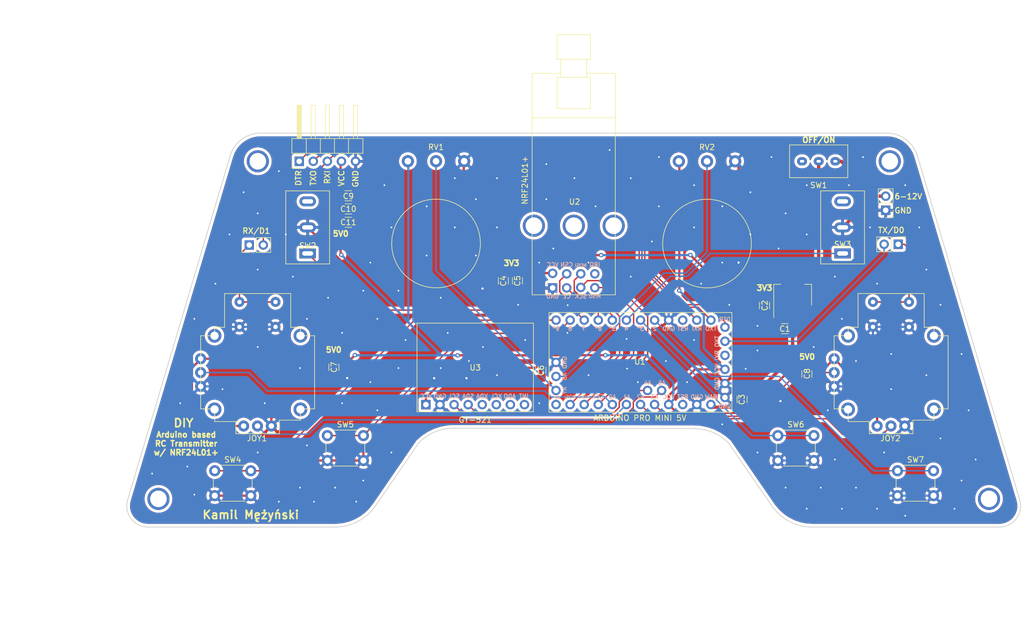
<source format=kicad_pcb>
(kicad_pcb (version 20171130) (host pcbnew "(5.1.4)-1")
  (title_block (title "RC transmitter") (date 2019-08-05) (company "Kamil Mężyński"))
  (layers (0 F.Cu signal) (31 B.Cu signal) (34 B.Paste user) (35 F.Paste user) (36 B.SilkS user) (37 F.SilkS user) (38 B.Mask user) (39 F.Mask user) (44 Edge.Cuts user))
  (net 0 "")
  (net 1 GND)
  (net 2 +BATT)
  (net 3 DTR)
  (net 4 TXO)
  (net 5 RXI)
  (net 6 VCC)
  (net 7 A6)
  (net 8 A7)
  (net 9 D2)
  (net 10 "Net-(SW2-Pad3)")
  (net 11 D3)
  (net 12 D8)
  (net 13 D7)
  (net 14 D9)
  (net 15 D4)
  (net 16 SCL)
  (net 17 SDA)
  (net 18 "Net-(U1-Pad29)")
  (net 19 VRy_2)
  (net 20 VRx_2)
  (net 21 VRx_1)
  (net 22 VRy_1)
  (net 23 SCK)
  (net 24 MISO)
  (net 25 MOSI)
  (net 26 CE)
  (net 27 CSN)
  (net 28 "Net-(U2-Pad8)")
  (net 29 "Net-(SW1-Pad3)")
  (net 30 "Net-(SW3-Pad3)")
  (net 31 "Net-(U3-Pad8)")
  (net 32 "Net-(U3-Pad7)")
  (net 33 "Net-(U3-Pad6)")
  (net 34 "Net-(U3-Pad5)")
  (net 35 jRXI)
  (net 36 jTXO)
  (net 37 "Net-(J2-Pad2)")
  (net 38 "Net-(U1-Pad14)")
  (net 39 3.3V)
  (module RF_transmitter:SPDT_SS02-12F20 (layer F.Cu) (at 162.179 42.672 180)
    (fp_text reference SW1 (at 0 -4.318) (layer F.SilkS))
    (fp_text value SW_SPDT)
    (pad 2 thru_hole oval (at -3 0 180) (size 1.8 1.5) (drill oval 0.8 0.5) (layers *.Cu *.Mask) (net 37 "Net-(J2-Pad2)"))
    (pad 1 thru_hole oval (at 0 0 180) (size 1.8 1.5) (drill oval 0.8 0.5) (layers *.Cu *.Mask) (net 2 +BATT))
    (pad 3 thru_hole oval (at 3 0 180) (size 1.8 1.5) (drill oval 0.8 0.5) (layers *.Cu *.Mask) (net 29 "Net-(SW1-Pad3)"))
  )
  (module RF_transmitter:Arduino_Pro_Mini (layer F.Cu) (at 114.79022 86.59622)
    (fp_text reference U1 (at 15.13 -7.73) (layer F.SilkS))
    (fp_text value Arduino_Pro_Mini)
    (fp_text user TXO (at 29.066 -11.413 90) (layer B.SilkS) (effects (font (size 0.75 0.75)) (justify mirror)))
    (fp_text user "ARDUINO PRO MINI 5V" (at 15.13 2.43) (layer F.SilkS))
    (fp_text user DTR (at 30.463 -15.35) (layer B.SilkS) (effects (font (size 0.75 0.75)) (justify mirror)))
    (fp_text user 10* (at 0.144 -1.253) (layer B.SilkS) (effects (font (size 0.5 0.5) (thickness 0.125)) (justify mirror)))
    (fp_text user RAW (at 27.957 -1.38) (layer B.SilkS) (effects (font (size 0.75 0.75)) (justify mirror)))
    (fp_text user RST (at 22.877 -1.38) (layer B.SilkS) (effects (font (size 0.75 0.75)) (justify mirror)))
    (fp_text user RXI (at 29.066 -8.873 90) (layer B.SilkS) (effects (font (size 0.75 0.75)) (justify mirror)))
    (fp_text user TXO (at 27.957 -13.699) (layer B.SilkS) (effects (font (size 0.75 0.75)) (justify mirror)))
    (fp_text user RXI (at 25.417 -13.699) (layer B.SilkS) (effects (font (size 0.75 0.75)) (justify mirror)))
    (fp_text user RST (at 22.877 -13.699) (layer B.SilkS) (effects (font (size 0.75 0.75)) (justify mirror)))
    (fp_text user VCC (at 20.337 -1.38) (layer B.SilkS) (effects (font (size 0.75 0.75)) (justify mirror)))
    (fp_text user VCC (at 29.066 -6.333 90) (layer B.SilkS) (effects (font (size 0.75 0.75)) (justify mirror)))
    (fp_text user GND (at 29.066 -3.793 270) (layer B.SilkS) (effects (font (size 0.75 0.75)) (justify mirror)))
    (fp_text user GND (at 25.417 -1.38) (layer B.SilkS) (effects (font (size 0.75 0.75)) (justify mirror)))
    (fp_text user GND (at 30.463 0.271) (layer B.SilkS) (effects (font (size 0.75 0.75)) (justify mirror)))
    (fp_text user GND (at 1.541 -7.603 90) (layer B.SilkS) (effects (font (size 0.75 0.75)) (justify mirror)))
    (fp_text user GND (at 20.337 -13.699) (layer B.SilkS) (effects (font (size 0.75 0.75)) (justify mirror)))
    (fp_text user 9* (at 0.017 -13.699) (layer B.SilkS) (effects (font (size 0.75 0.75)) (justify mirror)))
    (fp_text user 8 (at 2.557 -13.699) (layer B.SilkS) (effects (font (size 0.75 0.75)) (justify mirror)))
    (fp_text user 7 (at 4.97 -13.699) (layer B.SilkS) (effects (font (size 0.75 0.75)) (justify mirror)))
    (fp_text user 5* (at 10.177 -13.699) (layer B.SilkS) (effects (font (size 0.75 0.75)) (justify mirror)))
    (fp_text user 6* (at 7.637 -13.699) (layer B.SilkS) (effects (font (size 0.75 0.75)) (justify mirror)))
    (fp_text user 4 (at 12.717 -13.699) (layer B.SilkS) (effects (font (size 0.75 0.75)) (justify mirror)))
    (fp_text user 3* (at 15.257 -13.699) (layer B.SilkS) (effects (font (size 0.75 0.75)) (justify mirror)))
    (fp_text user 2 (at 17.797 -13.699) (layer B.SilkS) (effects (font (size 0.75 0.75)) (justify mirror)))
    (fp_text user A7 (at 1.541 -2.523 90) (layer B.SilkS) (effects (font (size 0.75 0.75) (thickness 0.125)) (justify mirror)))
    (fp_text user A6 (at 1.541 -5.063 90) (layer B.SilkS) (effects (font (size 0.75 0.75) (thickness 0.125)) (justify mirror)))
    (fp_text user A5 (at 19.067 -3.92) (layer B.SilkS) (effects (font (size 0.75 0.75) (thickness 0.125)) (justify mirror)))
    (fp_text user A4 (at 16.527 -3.92) (layer B.SilkS) (effects (font (size 0.75 0.75) (thickness 0.125)) (justify mirror)))
    (fp_text user A3 (at 17.797 -1.38) (layer B.SilkS) (effects (font (size 0.75 0.75) (thickness 0.125)) (justify mirror)))
    (fp_text user A2 (at 15.257 -1.38 180) (layer B.SilkS) (effects (font (size 0.75 0.75) (thickness 0.125)) (justify mirror)))
    (fp_text user A1 (at 12.717 -1.38 180) (layer B.SilkS) (effects (font (size 0.75 0.75) (thickness 0.125)) (justify mirror)))
    (fp_text user A0 (at 10.177 -1.38) (layer B.SilkS) (effects (font (size 0.75 0.75) (thickness 0.125)) (justify mirror)))
    (fp_text user SCK (at 7.51 -1.38 180) (layer B.SilkS) (effects (font (size 0.75 0.75) (thickness 0.125)) (justify mirror)))
    (fp_text user MISO (at 5.097 -1.38 180) (layer B.SilkS) (effects (font (size 0.6 0.6) (thickness 0.1)) (justify mirror)))
    (fp_text user MOSI (at 2.557 -1.38 180) (layer B.SilkS) (effects (font (size 0.6 0.6) (thickness 0.1)) (justify mirror)))
    (pad 13 thru_hole circle (at 0 -15.24 180) (size 1.7 1.7) (drill 1) (layers *.Cu *.Mask) (net 14 D9))
    (pad 12 thru_hole circle (at 2.54 -15.24 180) (size 1.7 1.7) (drill 1) (layers *.Cu *.Mask) (net 12 D8))
    (pad 11 thru_hole circle (at 5.08 -15.24 180) (size 1.7 1.7) (drill 1) (layers *.Cu *.Mask) (net 13 D7))
    (pad 10 thru_hole circle (at 7.62 -15.24 180) (size 1.7 1.7) (drill 1) (layers *.Cu *.Mask) (net 27 CSN))
    (pad 9 thru_hole circle (at 10.16 -15.24 180) (size 1.7 1.7) (drill 1) (layers *.Cu *.Mask) (net 26 CE))
    (pad 2 thru_hole circle (at 12.7 -15.24 180) (size 1.7 1.7) (drill 1) (layers *.Cu *.Mask) (net 15 D4))
    (pad 1 thru_hole circle (at 15.24 -15.24 180) (size 1.7 1.7) (drill 1) (layers *.Cu *.Mask) (net 11 D3))
    (pad 32 thru_hole circle (at 17.78 -15.24 180) (size 1.7 1.7) (drill 1) (layers *.Cu *.Mask) (net 9 D2))
    (pad 5 thru_hole circle (at 20.32 -15.24 180) (size 1.7 1.7) (drill 1) (layers *.Cu *.Mask) (net 1 GND))
    (pad 29 thru_hole circle (at 22.86 -15.24 180) (size 1.7 1.7) (drill 1) (layers *.Cu *.Mask) (net 18 "Net-(U1-Pad29)"))
    (pad 30 thru_hole circle (at 25.4 -15.24 180) (size 1.7 1.7) (drill 1) (layers *.Cu *.Mask) (net 5 RXI))
    (pad 31 thru_hole circle (at 27.94 -15.24 180) (size 1.7 1.7) (drill 1) (layers *.Cu *.Mask) (net 4 TXO))
    (pad 14 thru_hole circle (at 0 0 180) (size 1.7 1.7) (drill 1) (layers *.Cu *.Mask) (net 38 "Net-(U1-Pad14)"))
    (pad 15 thru_hole circle (at 2.54 0 180) (size 1.7 1.7) (drill 1) (layers *.Cu *.Mask) (net 25 MOSI))
    (pad 16 thru_hole circle (at 5.08 0 180) (size 1.7 1.7) (drill 1) (layers *.Cu *.Mask) (net 24 MISO))
    (pad 17 thru_hole circle (at 7.62 0 180) (size 1.7 1.7) (drill 1) (layers *.Cu *.Mask) (net 23 SCK))
    (pad 23 thru_hole circle (at 10.16 0 180) (size 1.7 1.7) (drill 1) (layers *.Cu *.Mask) (net 21 VRx_1))
    (pad 24 thru_hole circle (at 12.7 0 180) (size 1.7 1.7) (drill 1) (layers *.Cu *.Mask) (net 22 VRy_1))
    (pad 25 thru_hole circle (at 15.24 0 180) (size 1.7 1.7) (drill 1) (layers *.Cu *.Mask) (net 19 VRy_2))
    (pad 26 thru_hole circle (at 17.78 0 180) (size 1.7 1.7) (drill 1) (layers *.Cu *.Mask) (net 20 VRx_2))
    (pad 4 thru_hole circle (at 20.32 0 180) (size 1.7 1.7) (drill 1) (layers *.Cu *.Mask) (net 6 VCC))
    (pad 29 thru_hole circle (at 22.86 0 180) (size 1.7 1.7) (drill 1) (layers *.Cu *.Mask) (net 18 "Net-(U1-Pad29)"))
    (pad 3 thru_hole circle (at 25.4 0 180) (size 1.7 1.7) (drill 1) (layers *.Cu *.Mask) (net 1 GND))
    (pad 18 thru_hole circle (at 27.94 0 180) (size 1.7 1.7) (drill 1) (layers *.Cu *.Mask) (net 2 +BATT))
    (pad 20 thru_hole circle (at 30.48 -13.97 90) (size 1.7 1.7) (drill 1) (layers *.Cu *.Mask) (net 3 DTR))
    (pad 31 thru_hole circle (at 30.48 -11.43 90) (size 1.7 1.7) (drill 1) (layers *.Cu *.Mask) (net 4 TXO))
    (pad 30 thru_hole circle (at 30.48 -8.89 90) (size 1.7 1.7) (drill 1) (layers *.Cu *.Mask) (net 5 RXI))
    (pad 6 thru_hole circle (at 30.48 -6.35 90) (size 1.7 1.7) (drill 1) (layers *.Cu *.Mask) (net 6 VCC))
    (pad 3 thru_hole circle (at 30.48 -3.81 90) (size 1.7 1.7) (drill 1) (layers *.Cu *.Mask) (net 1 GND))
    (pad 3 thru_hole circle (at 30.48 -1.27 90) (size 1.7 1.7) (drill 1) (layers *.Cu *.Mask) (net 1 GND))
    (pad 22 thru_hole circle (at 0 -2.54 270) (size 1.7 1.7) (drill 1) (layers *.Cu *.Mask) (net 8 A7))
    (pad 19 thru_hole circle (at 0 -5.08 270) (size 1.7 1.7) (drill 1) (layers *.Cu *.Mask) (net 7 A6))
    (pad 21 thru_hole circle (at 0 -7.62 270) (size 1.7 1.7) (drill 1) (layers *.Cu *.Mask) (net 1 GND))
    (pad 27 thru_hole circle (at 16.51 -2.54 180) (size 1.7 1.7) (drill 1) (layers *.Cu *.Mask) (net 17 SDA))
    (pad 28 thru_hole circle (at 19.05 -2.54 180) (size 1.7 1.7) (drill 1) (layers *.Cu *.Mask) (net 16 SCL))
  )
  (module RF_transmitter:Joystick (layer F.Cu) (at 164.973 68.072)
    (fp_text reference JOY2 (at 10.16 24.638) (layer F.SilkS))
    (fp_text value Joystick)
    (pad "" thru_hole circle (at 2.5 19.4 90) (size 2.5 2.5) (drill 1.5) (layers *.Cu *.Mask))
    (pad "" thru_hole circle (at 18 19.4 90) (size 2.5 2.5) (drill 1.5) (layers *.Cu *.Mask))
    (pad "" thru_hole circle (at 18 6.1 90) (size 2.5 2.5) (drill 1.5) (layers *.Cu *.Mask))
    (pad "" thru_hole circle (at 2.5 6.1 90) (size 2.5 2.5) (drill 1.5) (layers *.Cu *.Mask))
    (pad 5 thru_hole circle (at 13.5 4.5 90) (size 1.8 1.8) (drill 0.8) (layers *.Cu *.Mask) (net 1 GND))
    (pad 8 thru_hole circle (at 13.5 0 90) (size 1.8 1.8) (drill 0.8) (layers *.Cu *.Mask) (net 36 jTXO))
    (pad 5 thru_hole circle (at 7 4.5 90) (size 1.8 1.8) (drill 0.8) (layers *.Cu *.Mask) (net 1 GND))
    (pad 8 thru_hole circle (at 7 0 90) (size 1.8 1.8) (drill 0.8) (layers *.Cu *.Mask) (net 36 jTXO))
    (pad 1 thru_hole circle (at 0 10.25 180) (size 2 2) (drill 1) (layers *.Cu *.Mask) (net 6 VCC))
    (pad 3 thru_hole circle (at 0 15.25 180) (size 2 2) (drill 1) (layers *.Cu *.Mask) (net 1 GND))
    (pad 6 thru_hole circle (at 0 12.75 180) (size 2 2) (drill 1) (layers *.Cu *.Mask) (net 20 VRx_2))
    (pad 4 thru_hole circle (at 12.75 22.4 90) (size 2 2) (drill 1) (layers *.Cu *.Mask) (net 1 GND))
    (pad 7 thru_hole circle (at 10.25 22.4 90) (size 2 2) (drill 1) (layers *.Cu *.Mask) (net 19 VRy_2))
    (pad 2 thru_hole circle (at 7.75 22.4 90) (size 2 2) (drill 1) (layers *.Cu *.Mask) (net 6 VCC))
  )
  (module RF_transmitter:NRF24L01+ (layer F.Cu) (at 117.983 64.262)
    (fp_text reference U2 (at 0.1524 -14.2748 180) (layer F.SilkS))
    (fp_text value NRF24L01_Breakout)
    (fp_text user NRF24L01+ (at -8.8138 -18.17624 270) (layer F.SilkS))
    (fp_text user MISO (at 3.81 2.794 180) (layer B.SilkS) (effects (font (size 0.6 0.6) (thickness 0.125)) (justify mirror)))
    (fp_text user SCK (at 1.27 2.794 180) (layer B.SilkS) (effects (font (size 0.75 0.75)) (justify mirror)))
    (fp_text user CE (at -1.27 2.794) (layer B.SilkS) (effects (font (size 0.75 0.75)) (justify mirror)))
    (fp_text user GND (at -3.81 2.794 180) (layer B.SilkS) (effects (font (size 0.75 0.75)) (justify mirror)))
    (fp_text user IRQ (at 3.81 -2.921 180) (layer B.SilkS) (effects (font (size 0.75 0.75)) (justify mirror)))
    (fp_text user MOSI (at 1.27 -2.794 180) (layer B.SilkS) (effects (font (size 0.6 0.6) (thickness 0.125)) (justify mirror)))
    (fp_text user CSN (at -1.27 -2.921 180) (layer B.SilkS) (effects (font (size 0.75 0.75)) (justify mirror)))
    (fp_text user VCC (at -3.81 -2.921 180) (layer B.SilkS) (effects (font (size 0.75 0.75)) (justify mirror)))
    (pad 1 thru_hole rect (at -3.81 1.27) (size 1.7 1.7) (drill 1) (layers *.Cu *.Mask) (net 1 GND))
    (pad 2 thru_hole circle (at -3.81 -1.36) (size 1.7 1.7) (drill 1) (layers *.Cu *.Mask) (net 39 3.3V))
    (pad 3 thru_hole circle (at -1.27 1.27) (size 1.7 1.7) (drill 1) (layers *.Cu *.Mask) (net 26 CE))
    (pad 4 thru_hole circle (at -1.27 -1.27) (size 1.7 1.7) (drill 1) (layers *.Cu *.Mask) (net 27 CSN))
    (pad 5 thru_hole circle (at 1.27 1.18) (size 1.7 1.7) (drill 1) (layers *.Cu *.Mask) (net 23 SCK))
    (pad 6 thru_hole circle (at 1.27 -1.27) (size 1.7 1.7) (drill 1) (layers *.Cu *.Mask) (net 25 MOSI))
    (pad 7 thru_hole circle (at 3.81 1.24) (size 1.7 1.7) (drill 1) (layers *.Cu *.Mask) (net 24 MISO))
    (pad 8 thru_hole circle (at 3.81 -1.27) (size 1.7 1.7) (drill 1) (layers *.Cu *.Mask) (net 28 "Net-(U2-Pad8)"))
  )
  (module RF_transmitter:SPDT_MTS-102 (layer F.Cu) (at 69.977 54.61 90)
    (fp_text reference SW2 (at -3.302 0) (layer F.SilkS))
    (fp_text value SW_SPDT)
    (pad 3 thru_hole oval (at 4.7 0 270) (size 1.8 3) (drill oval 0.8 2) (layers *.Cu *.Mask) (net 10 "Net-(SW2-Pad3)"))
    (pad 2 thru_hole oval (at 0 0 270) (size 1.8 3) (drill oval 0.8 2) (layers *.Cu *.Mask) (net 1 GND))
    (pad 1 thru_hole rect (at -4.7 0 270) (size 1.8 3) (drill oval 0.8 2) (layers *.Cu *.Mask) (net 13 D7))
  )
  (module RF_transmitter:SPDT_MTS-102 (layer F.Cu) (at 166.497 54.61 90)
    (fp_text reference SW3 (at -3.048 0) (layer F.SilkS))
    (fp_text value SW_SPDT)
    (pad 3 thru_hole oval (at 4.7 0 270) (size 1.8 3) (drill oval 0.8 2) (layers *.Cu *.Mask) (net 30 "Net-(SW3-Pad3)"))
    (pad 2 thru_hole oval (at 0 0 270) (size 1.8 3) (drill oval 0.8 2) (layers *.Cu *.Mask) (net 1 GND))
    (pad 1 thru_hole rect (at -4.7 0 270) (size 1.8 3) (drill oval 0.8 2) (layers *.Cu *.Mask) (net 15 D4))
  )
  (module RF_transmitter:Joystick (layer F.Cu) (at 50.673 68.072)
    (fp_text reference JOY1 (at 10.16 24.638) (layer F.SilkS))
    (fp_text value Joystick)
    (pad "" thru_hole circle (at 2.5 19.4 90) (size 2.5 2.5) (drill 1.5) (layers *.Cu *.Mask))
    (pad "" thru_hole circle (at 18 19.4 90) (size 2.5 2.5) (drill 1.5) (layers *.Cu *.Mask))
    (pad "" thru_hole circle (at 18 6.1 90) (size 2.5 2.5) (drill 1.5) (layers *.Cu *.Mask))
    (pad "" thru_hole circle (at 2.5 6.1 90) (size 2.5 2.5) (drill 1.5) (layers *.Cu *.Mask))
    (pad 5 thru_hole circle (at 13.5 4.5 90) (size 1.8 1.8) (drill 0.8) (layers *.Cu *.Mask) (net 1 GND))
    (pad 8 thru_hole circle (at 13.5 0 90) (size 1.8 1.8) (drill 0.8) (layers *.Cu *.Mask) (net 35 jRXI))
    (pad 5 thru_hole circle (at 7 4.5 90) (size 1.8 1.8) (drill 0.8) (layers *.Cu *.Mask) (net 1 GND))
    (pad 8 thru_hole circle (at 7 0 90) (size 1.8 1.8) (drill 0.8) (layers *.Cu *.Mask) (net 35 jRXI))
    (pad 1 thru_hole circle (at 0 10.25 180) (size 2 2) (drill 1) (layers *.Cu *.Mask) (net 6 VCC))
    (pad 3 thru_hole circle (at 0 15.25 180) (size 2 2) (drill 1) (layers *.Cu *.Mask) (net 1 GND))
    (pad 6 thru_hole circle (at 0 12.75 180) (size 2 2) (drill 1) (layers *.Cu *.Mask) (net 21 VRx_1))
    (pad 4 thru_hole circle (at 12.75 22.4 90) (size 2 2) (drill 1) (layers *.Cu *.Mask) (net 1 GND))
    (pad 7 thru_hole circle (at 10.25 22.4 90) (size 2 2) (drill 1) (layers *.Cu *.Mask) (net 22 VRy_1))
    (pad 2 thru_hole circle (at 7.75 22.4 90) (size 2 2) (drill 1) (layers *.Cu *.Mask) (net 6 VCC))
  )
  (module Capacitor_SMD:C_1206_3216Metric (layer F.Cu) (at 156.08 72.898 180)
    (fp_text reference C1 (at 0 -0.0254) (layer F.SilkS))
    (fp_text value 10uF)
    (pad 2 smd roundrect (at 1.4 0 180) (size 1.25 1.75) (layers F.Cu F.Paste F.Mask) (roundrect_rratio 0.2) (net 1 GND))
    (pad 1 smd roundrect (at -1.4 0 180) (size 1.25 1.75) (layers F.Cu F.Paste F.Mask) (roundrect_rratio 0.2) (net 2 +BATT))
  )
  (module Capacitor_SMD:C_1206_3216Metric (layer F.Cu) (at 152.4 68.71 270)
    (fp_text reference C2 (at -0.003 -0.0508 90) (layer F.SilkS))
    (fp_text value 10uF)
    (pad 2 smd roundrect (at 1.4 0 270) (size 1.25 1.75) (layers F.Cu F.Paste F.Mask) (roundrect_rratio 0.2) (net 1 GND))
    (pad 1 smd roundrect (at -1.4 0 270) (size 1.25 1.75) (layers F.Cu F.Paste F.Mask) (roundrect_rratio 0.2) (net 39 3.3V))
  )
  (module Capacitor_SMD:C_1206_3216Metric (layer F.Cu) (at 105.283 64.262 270)
    (fp_text reference C4 (at 0 0 90) (layer F.SilkS))
    (fp_text value 1nF)
    (pad 2 smd roundrect (at 1.4 0 270) (size 1.25 1.75) (layers F.Cu F.Paste F.Mask) (roundrect_rratio 0.2) (net 1 GND))
    (pad 1 smd roundrect (at -1.4 0 270) (size 1.25 1.75) (layers F.Cu F.Paste F.Mask) (roundrect_rratio 0.2) (net 39 3.3V))
  )
  (module Capacitor_SMD:C_1206_3216Metric (layer F.Cu) (at 107.823 64.262 270)
    (fp_text reference C5 (at 0 0 90) (layer F.SilkS))
    (fp_text value 10nF)
    (pad 2 smd roundrect (at 1.4 0 270) (size 1.25 1.75) (layers F.Cu F.Paste F.Mask) (roundrect_rratio 0.2) (net 1 GND))
    (pad 1 smd roundrect (at -1.4 0 270) (size 1.25 1.75) (layers F.Cu F.Paste F.Mask) (roundrect_rratio 0.2) (net 39 3.3V))
  )
  (module Connector_PinHeader_2.54mm:PinHeader_1x05_P2.54mm_Horizontal (layer F.Cu) (at 68.453 42.672 90)
    (fp_text reference J1 hide)
    (fp_text value Conn_01x05)
    (pad 5 thru_hole oval (at 0 10.16 90) (size 1.7 1.7) (drill 1) (layers *.Cu *.Mask) (net 1 GND))
    (pad 4 thru_hole oval (at 0 7.62 90) (size 1.7 1.7) (drill 1) (layers *.Cu *.Mask) (net 6 VCC))
    (pad 3 thru_hole oval (at 0 5.08 90) (size 1.7 1.7) (drill 1) (layers *.Cu *.Mask) (net 5 RXI))
    (pad 2 thru_hole oval (at 0 2.54 90) (size 1.7 1.7) (drill 1) (layers *.Cu *.Mask) (net 4 TXO))
    (pad 1 thru_hole rect (at 0 0 90) (size 1.7 1.7) (drill 1) (layers *.Cu *.Mask) (net 3 DTR))
  )
  (module Button_Switch_THT:SW_PUSH_6mm_H13mm (layer F.Cu) (at 53.213 98.552)
    (fp_text reference SW4 (at 3.25 -2) (layer F.SilkS))
    (fp_text value SW_Push)
    (pad 1 thru_hole circle (at 6.5 0 90) (size 2 2) (drill 1.1) (layers *.Cu *.Mask) (net 14 D9))
    (pad 2 thru_hole circle (at 6.5 4.5 90) (size 2 2) (drill 1.1) (layers *.Cu *.Mask) (net 1 GND))
    (pad 1 thru_hole circle (at 0 0 90) (size 2 2) (drill 1.1) (layers *.Cu *.Mask) (net 14 D9))
    (pad 2 thru_hole circle (at 0 4.5 90) (size 2 2) (drill 1.1) (layers *.Cu *.Mask) (net 1 GND))
  )
  (module Button_Switch_THT:SW_PUSH_6mm_H13mm (layer F.Cu) (at 73.533 92.202)
    (fp_text reference SW5 (at 3.25 -2) (layer F.SilkS))
    (fp_text value SW_Push)
    (pad 1 thru_hole circle (at 6.5 0 90) (size 2 2) (drill 1.1) (layers *.Cu *.Mask) (net 12 D8))
    (pad 2 thru_hole circle (at 6.5 4.5 90) (size 2 2) (drill 1.1) (layers *.Cu *.Mask) (net 1 GND))
    (pad 1 thru_hole circle (at 0 0 90) (size 2 2) (drill 1.1) (layers *.Cu *.Mask) (net 12 D8))
    (pad 2 thru_hole circle (at 0 4.5 90) (size 2 2) (drill 1.1) (layers *.Cu *.Mask) (net 1 GND))
  )
  (module Button_Switch_THT:SW_PUSH_6mm_H13mm (layer F.Cu) (at 154.813 92.202)
    (fp_text reference SW6 (at 3.25 -2) (layer F.SilkS))
    (fp_text value SW_Push)
    (pad 1 thru_hole circle (at 6.5 0 90) (size 2 2) (drill 1.1) (layers *.Cu *.Mask) (net 11 D3))
    (pad 2 thru_hole circle (at 6.5 4.5 90) (size 2 2) (drill 1.1) (layers *.Cu *.Mask) (net 1 GND))
    (pad 1 thru_hole circle (at 0 0 90) (size 2 2) (drill 1.1) (layers *.Cu *.Mask) (net 11 D3))
    (pad 2 thru_hole circle (at 0 4.5 90) (size 2 2) (drill 1.1) (layers *.Cu *.Mask) (net 1 GND))
  )
  (module Button_Switch_THT:SW_PUSH_6mm_H13mm (layer F.Cu) (at 176.403 98.552)
    (fp_text reference SW7 (at 3.25 -2) (layer F.SilkS))
    (fp_text value SW_Push)
    (pad 1 thru_hole circle (at 6.5 0 90) (size 2 2) (drill 1.1) (layers *.Cu *.Mask) (net 9 D2))
    (pad 2 thru_hole circle (at 6.5 4.5 90) (size 2 2) (drill 1.1) (layers *.Cu *.Mask) (net 1 GND))
    (pad 1 thru_hole circle (at 0 0 90) (size 2 2) (drill 1.1) (layers *.Cu *.Mask) (net 9 D2))
    (pad 2 thru_hole circle (at 0 4.5 90) (size 2 2) (drill 1.1) (layers *.Cu *.Mask) (net 1 GND))
  )
  (module Package_TO_SOT_SMD:SOT-223-3_TabPin2 (layer F.Cu) (at 157.48 66.802 90)
    (fp_text reference VR1 hide)
    (fp_text value Volt_Reg_3.3)
    (pad 1 smd rect (at -3.15 -2.3 90) (size 2 1.5) (layers F.Cu F.Paste F.Mask) (net 1 GND))
    (pad 3 smd rect (at -3.15 2.3 90) (size 2 1.5) (layers F.Cu F.Paste F.Mask) (net 2 +BATT))
    (pad 2 smd rect (at -3.15 0 90) (size 2 1.5) (layers F.Cu F.Paste F.Mask) (net 39 3.3V))
    (pad 2 smd rect (at 3.15 0 90) (size 2 3.8) (layers F.Cu F.Paste F.Mask) (net 39 3.3V))
  )
  (module Connector_PinHeader_2.54mm:PinHeader_1x02_P2.54mm_Vertical (layer F.Cu) (at 59.436 57.785 90)
    (fp_text reference J3 hide)
    (fp_text value Conn_01x02)
    (pad 2 thru_hole oval (at 0 2.54 90) (size 1.7 1.7) (drill 1) (layers *.Cu *.Mask) (net 5 RXI))
    (pad 1 thru_hole rect (at 0 0 90) (size 1.7 1.7) (drill 1) (layers *.Cu *.Mask) (net 35 jRXI))
  )
  (module Connector_PinHeader_2.54mm:PinHeader_1x02_P2.54mm_Vertical (layer F.Cu) (at 176.53 57.658 270)
    (fp_text reference J4 hide)
    (fp_text value Conn_01x02)
    (pad 2 thru_hole oval (at 0 2.54 270) (size 1.7 1.7) (drill 1) (layers *.Cu *.Mask) (net 4 TXO))
    (pad 1 thru_hole rect (at 0 0 270) (size 1.7 1.7) (drill 1) (layers *.Cu *.Mask) (net 36 jTXO))
  )
  (module Connector_PinHeader_2.54mm:PinHeader_1x02_P2.54mm_Vertical (layer F.Cu) (at 174.2694 51.5112 180)
    (fp_text reference J2 hide)
    (fp_text value Conn_01x02)
    (pad 2 thru_hole oval (at 0 2.54 180) (size 1.7 1.7) (drill 1) (layers *.Cu *.Mask) (net 37 "Net-(J2-Pad2)"))
    (pad 1 thru_hole rect (at 0 0 180) (size 1.7 1.7) (drill 1) (layers *.Cu *.Mask) (net 1 GND))
  )
  (module Capacitor_SMD:C_1206_3216Metric (layer F.Cu) (at 77.32268 53.69052)
    (fp_text reference C11 (at 0 0) (layer F.SilkS))
    (fp_text value 100nF)
    (pad 2 smd roundrect (at 1.4 0) (size 1.25 1.75) (layers F.Cu F.Paste F.Mask) (roundrect_rratio 0.2) (net 1 GND))
    (pad 1 smd roundrect (at -1.4 0) (size 1.25 1.75) (layers F.Cu F.Paste F.Mask) (roundrect_rratio 0.2) (net 6 VCC))
  )
  (module Capacitor_SMD:C_1206_3216Metric (layer F.Cu) (at 77.3176 51.2826)
    (fp_text reference C10 (at 0 0) (layer F.SilkS))
    (fp_text value 100nF)
    (pad 2 smd roundrect (at 1.4 0) (size 1.25 1.75) (layers F.Cu F.Paste F.Mask) (roundrect_rratio 0.2) (net 1 GND))
    (pad 1 smd roundrect (at -1.4 0) (size 1.25 1.75) (layers F.Cu F.Paste F.Mask) (roundrect_rratio 0.2) (net 6 VCC))
  )
  (module Capacitor_SMD:C_1206_3216Metric (layer F.Cu) (at 148.3614 85.6742 90)
    (fp_text reference C3 (at -0.0254 -0.0508 90) (layer F.SilkS))
    (fp_text value 100nF)
    (pad 2 smd roundrect (at 1.4 0 90) (size 1.25 1.75) (layers F.Cu F.Paste F.Mask) (roundrect_rratio 0.2) (net 1 GND))
    (pad 1 smd roundrect (at -1.4 0 90) (size 1.25 1.75) (layers F.Cu F.Paste F.Mask) (roundrect_rratio 0.2) (net 2 +BATT))
  )
  (module Capacitor_SMD:C_1206_3216Metric (layer F.Cu) (at 112.04956 80.43672 270)
    (fp_text reference C6 (at 0 -0.0508 90) (layer F.SilkS))
    (fp_text value 100nF)
    (pad 2 smd roundrect (at 1.4 0 270) (size 1.25 1.75) (layers F.Cu F.Paste F.Mask) (roundrect_rratio 0.2) (net 1 GND))
    (pad 1 smd roundrect (at -1.4 0 270) (size 1.25 1.75) (layers F.Cu F.Paste F.Mask) (roundrect_rratio 0.2) (net 6 VCC))
  )
  (module Capacitor_SMD:C_1206_3216Metric (layer F.Cu) (at 74.7014 79.8576 270)
    (fp_text reference C7 (at 0 -0.0388 90) (layer F.SilkS))
    (fp_text value 100nF)
    (pad 2 smd roundrect (at 1.4 0 270) (size 1.25 1.75) (layers F.Cu F.Paste F.Mask) (roundrect_rratio 0.2) (net 1 GND))
    (pad 1 smd roundrect (at -1.4 0 270) (size 1.25 1.75) (layers F.Cu F.Paste F.Mask) (roundrect_rratio 0.2) (net 6 VCC))
  )
  (module Capacitor_SMD:C_1206_3216Metric (layer F.Cu) (at 160.0454 81.1022 270)
    (fp_text reference C8 (at -0.0694 -0.0508 90) (layer F.SilkS))
    (fp_text value 100nF)
    (pad 2 smd roundrect (at 1.4 0 270) (size 1.25 1.75) (layers F.Cu F.Paste F.Mask) (roundrect_rratio 0.2) (net 1 GND))
    (pad 1 smd roundrect (at -1.4 0 270) (size 1.25 1.75) (layers F.Cu F.Paste F.Mask) (roundrect_rratio 0.2) (net 6 VCC))
  )
  (module Capacitor_SMD:C_1206_3216Metric (layer F.Cu) (at 77.3176 48.895)
    (fp_text reference C9 (at 0 0.0882) (layer F.SilkS))
    (fp_text value 4.7uF)
    (pad 2 smd roundrect (at 1.4 0) (size 1.25 1.75) (layers F.Cu F.Paste F.Mask) (roundrect_rratio 0.2) (net 1 GND))
    (pad 1 smd roundrect (at -1.4 0) (size 1.25 1.75) (layers F.Cu F.Paste F.Mask) (roundrect_rratio 0.2) (net 6 VCC))
  )
  (module RF_transmitter:GY-521_module (layer F.Cu) (at 91.313 86.614)
    (fp_text reference U3 (at 8.90778 -6.68782) (layer F.SilkS))
    (fp_text value GY-521_MOD)
    (fp_text user GY-521 (at 8.89 2.7432) (layer F.SilkS))
    (fp_text user INT (at 17.653 -1.524 180) (layer B.SilkS) (effects (font (size 0.75 0.75)) (justify mirror)))
    (fp_text user ADO (at 15.113 -1.524 180) (layer B.SilkS) (effects (font (size 0.75 0.75)) (justify mirror)))
    (fp_text user XCL (at 12.7 -1.524 180) (layer B.SilkS) (effects (font (size 0.75 0.75)) (justify mirror)))
    (fp_text user XDA (at 10.16 -1.524 180) (layer B.SilkS) (effects (font (size 0.75 0.75)) (justify mirror)))
    (fp_text user SDA (at 7.62 -1.524 180) (layer B.SilkS) (effects (font (size 0.75 0.75)) (justify mirror)))
    (fp_text user SCL (at 5.08 -1.524 180) (layer B.SilkS) (effects (font (size 0.75 0.75)) (justify mirror)))
    (fp_text user GND (at 2.54 -1.524 180) (layer B.SilkS) (effects (font (size 0.75 0.75)) (justify mirror)))
    (fp_text user VCC (at 0 -1.524 180) (layer B.SilkS) (effects (font (size 0.75 0.75)) (justify mirror)))
    (pad 8 thru_hole circle (at 17.78 0) (size 1.7 1.7) (drill 1) (layers *.Cu *.Mask) (net 31 "Net-(U3-Pad8)"))
    (pad 7 thru_hole circle (at 15.24 0) (size 1.7 1.7) (drill 1) (layers *.Cu *.Mask) (net 32 "Net-(U3-Pad7)"))
    (pad 6 thru_hole circle (at 12.7 0) (size 1.7 1.7) (drill 1) (layers *.Cu *.Mask) (net 33 "Net-(U3-Pad6)"))
    (pad 5 thru_hole circle (at 10.16 0) (size 1.7 1.7) (drill 1) (layers *.Cu *.Mask) (net 34 "Net-(U3-Pad5)"))
    (pad 4 thru_hole circle (at 7.62 0) (size 1.7 1.7) (drill 1) (layers *.Cu *.Mask) (net 17 SDA))
    (pad 3 thru_hole circle (at 5.08 0) (size 1.7 1.7) (drill 1) (layers *.Cu *.Mask) (net 16 SCL))
    (pad 2 thru_hole circle (at 2.54 0) (size 1.7 1.7) (drill 1) (layers *.Cu *.Mask) (net 1 GND))
    (pad 1 thru_hole rect (at 0 0) (size 1.7 1.7) (drill 1) (layers *.Cu *.Mask) (net 6 VCC))
  )
  (module RF_transmitter:Potentiometer_THT_vertical (layer F.Cu) (at 93.13926 42.65422)
    (fp_text reference RV1 (at 0 -2.54) (layer F.SilkS))
    (fp_text value R_POT)
    (pad 3 thru_hole circle (at 5.08 0) (size 2.2 2.2) (drill 1.2) (layers *.Cu *.Mask) (net 1 GND))
    (pad 2 thru_hole circle (at 0 0) (size 2.2 2.2) (drill 1.2) (layers *.Cu *.Mask) (net 8 A7))
    (pad 1 thru_hole circle (at -5.08 0) (size 2.2 2.2) (drill 1.2) (layers *.Cu *.Mask) (net 6 VCC))
  )
  (module RF_transmitter:Potentiometer_THT_vertical (layer F.Cu) (at 142.03172 42.672)
    (fp_text reference RV2 (at 0 -2.54) (layer F.SilkS))
    (fp_text value R_POT)
    (pad 3 thru_hole circle (at 5.08 0) (size 2.2 2.2) (drill 1.2) (layers *.Cu *.Mask) (net 1 GND))
    (pad 2 thru_hole circle (at 0 0) (size 2.2 2.2) (drill 1.2) (layers *.Cu *.Mask) (net 7 A6))
    (pad 1 thru_hole circle (at -5.08 0) (size 2.2 2.2) (drill 1.2) (layers *.Cu *.Mask) (net 6 VCC))
  )
  (gr_text 5V0 (at 75.946 55.753) (layer F.SilkS) (effects (font (size 1 1) (thickness 0.25))))
  (gr_text 5V0 (at 74.676 76.708) (layer F.SilkS) (effects (font (size 1 1) (thickness 0.25))))
  (gr_text 5V0 (at 160.0962 77.978) (layer F.SilkS) (effects (font (size 1 1) (thickness 0.25))))
  (gr_text 3V3 (at 106.7562 61.0616) (layer F.SilkS) (effects (font (size 1 1) (thickness 0.25))))
  (gr_text 3V3 (at 152.4 65.532) (layer F.SilkS) (effects (font (size 1 1) (thickness 0.25))))
  (gr_text DIY (at 47.5742 89.9414) (layer F.SilkS) (effects (font (size 1.5 1.5) (thickness 0.3))))
  (gr_text "Arduino based\nRC Transmitter\nw/ NRF24L01+" (at 48.0568 93.6498) (layer F.SilkS) (effects (font (size 1 1) (thickness 0.25))))
  (gr_text "Kamil Mężyński" (at 59.7154 106.5022) (layer F.SilkS) (effects (font (size 1.5 1.5) (thickness 0.3))))
  (gr_text OFF/ON (at 162.2044 38.8112) (layer F.SilkS) (effects (font (size 1 1) (thickness 0.25))))
  (gr_text RX/D1 (at 60.706 55.245) (layer F.SilkS) (effects (font (size 1 1) (thickness 0.1875))))
  (gr_text TX/D0 (at 175.26 55.118) (layer F.SilkS) (effects (font (size 1 1) (thickness 0.1875))))
  (gr_text GND (at 175.768 51.562) (layer F.SilkS) (effects (font (size 1 1) (thickness 0.1875)) (justify left)))
  (gr_text 6-12V (at 175.768 49.022) (layer F.SilkS) (effects (font (size 1 1) (thickness 0.1875)) (justify left)))
  (gr_text GND (at 78.613 44.196 90) (layer F.SilkS) (effects (font (size 1 1) (thickness 0.1875)) (justify right)))
  (gr_text VCC (at 76.073 44.196 90) (layer F.SilkS) (effects (font (size 1 1) (thickness 0.1875)) (justify right)))
  (gr_text RXI (at 73.533 44.196 90) (layer F.SilkS) (effects (font (size 1 1) (thickness 0.1875)) (justify right)))
  (gr_text TXO (at 70.993 44.196 90) (layer F.SilkS) (effects (font (size 1 1) (thickness 0.1875)) (justify right)))
  (gr_text DTR (at 68.326 44.196 90) (layer F.SilkS) (effects (font (size 1 1) (thickness 0.1875)) (justify right)))
  (gr_line (start 139.573 90.932) (end 96.329179 90.868179) (layer Edge.Cuts) (width 0.15))
  (gr_line (start 153.696993 104.828423) (end 145.902342 93.514263) (layer Edge.Cuts) (width 0.15))
  (gr_line (start 82.270956 104.806081) (end 90.043 93.472) (layer Edge.Cuts) (width 0.15))
  (gr_line (start 61.469243 37.587646) (end 174.499243 37.587646) (layer Edge.Cuts) (width 0.15))
  (gr_line (start 198.412718 103.699377) (end 179.995595 41.736969) (layer Edge.Cuts) (width 0.15))
  (gr_arc (start 174.499243 43.302646) (end 174.499243 37.587646) (angle 74.1) (layer Edge.Cuts) (width 0.15))
  (gr_arc (start 61.469243 43.302646) (end 61.469243 37.587646) (angle -74.1) (layer Edge.Cuts) (width 0.15))
  (gr_line (start 37.532782 103.699378) (end 55.972891 41.736969) (layer Edge.Cuts) (width 0.15))
  (gr_line (start 161.036 108.712) (end 194.7975 108.712) (layer Edge.Cuts) (width 0.15))
  (gr_line (start 41.148 108.712) (end 74.9095 108.712) (layer Edge.Cuts) (width 0.15))
  (gr_arc (start 41.148 104.902) (end 41.148 108.712) (angle 108.3999863) (layer Edge.Cuts) (width 0.15))
  (gr_arc (start 194.7975 104.902) (end 194.7975 108.712) (angle -108.4) (layer Edge.Cuts) (width 0.15))
  (gr_arc (start 139.637463 99.822) (end 139.573 90.932) (angle 45.22014357) (layer Edge.Cuts) (width 0.15))
  (gr_arc (start 96.329179 99.758179) (end 96.329179 90.868179) (angle -45) (layer Edge.Cuts) (width 0.15))
  (gr_arc (start 161.018469 99.868879) (end 161.036 108.712) (angle 56) (layer Edge.Cuts) (width 0.15))
  (gr_arc (start 74.9095 99.822) (end 74.9095 108.712) (angle -55.9) (layer Edge.Cuts) (width 0.15))
  (via (at 43.053 103.632) (size 4) (drill 3) (layers F.Cu B.Cu) (net 0))
  (via (at 60.9854 42.672) (size 4) (drill 3) (layers F.Cu B.Cu) (net 0))
  (via (at 175.006 42.672) (size 4) (drill 3) (layers F.Cu B.Cu) (net 0))
  (via (at 192.913 103.632) (size 4) (drill 3) (layers F.Cu B.Cu) (net 0))
  (via (at 117.9948 54.3052) (size 4) (drill 3) (layers F.Cu B.Cu) (net 0))
  (via (at 125.1948 54.3052) (size 4) (drill 3) (layers F.Cu B.Cu) (net 0))
  (via (at 110.7948 54.3052) (size 4) (drill 3) (layers F.Cu B.Cu) (net 0))
  (via (at 127.6096 80.1116) (size 0.4) (drill 0.3) (layers F.Cu B.Cu) (net 1))
  (via (at 68.58 101.6) (size 0.4) (drill 0.3) (layers F.Cu B.Cu) (net 1))
  (segment (start 155.022 70.11) (end 155.18 69.952) (width 0.4) (layer F.Cu) (net 1))
  (segment (start 152.4 70.11) (end 155.022 70.11) (width 0.4) (layer F.Cu) (net 1))
  (segment (start 105.283 65.662) (end 107.823 65.662) (width 0.4) (layer F.Cu) (net 1))
  (segment (start 114.043 65.662) (end 114.173 65.532) (width 0.4) (layer F.Cu) (net 1))
  (segment (start 107.823 65.662) (end 114.043 65.662) (width 0.4) (layer F.Cu) (net 1))
  (segment (start 182.903 103.052) (end 176.403 103.052) (width 0.4) (layer B.Cu) (net 1))
  (segment (start 167.663 103.052) (end 176.403 103.052) (width 0.4) (layer B.Cu) (net 1))
  (segment (start 161.313 96.702) (end 167.663 103.052) (width 0.4) (layer B.Cu) (net 1))
  (segment (start 159.898787 96.702) (end 154.813 96.702) (width 0.4) (layer B.Cu) (net 1))
  (segment (start 161.313 96.702) (end 159.898787 96.702) (width 0.4) (layer B.Cu) (net 1))
  (via (at 101.52634 65.65392) (size 0.8) (drill 0.4) (layers F.Cu B.Cu) (net 1))
  (segment (start 105.283 65.662) (end 101.53442 65.662) (width 0.4) (layer F.Cu) (net 1))
  (segment (start 101.53442 65.662) (end 101.52634 65.65392) (width 0.4) (layer F.Cu) (net 1))
  (segment (start 98.01608 61.88708) (end 97.61218 62.29098) (width 0.4) (layer F.Cu) (net 1))
  (segment (start 98.138 61.88708) (end 98.01608 61.88708) (width 0.4) (layer F.Cu) (net 1))
  (segment (start 97.61218 62.29098) (end 98.138 62.29098) (width 0.4) (layer F.Cu) (net 1))
  (segment (start 86.21098 62.29098) (end 97.61218 62.29098) (width 0.4) (layer F.Cu) (net 1))
  (segment (start 98.138 42.672) (end 98.138 61.88708) (width 0.4) (layer F.Cu) (net 1))
  (segment (start 101.52634 65.67932) (end 101.52634 65.65392) (width 0.4) (layer F.Cu) (net 1))
  (segment (start 98.138 62.29098) (end 101.52634 65.67932) (width 0.4) (layer F.Cu) (net 1))
  (segment (start 98.138 61.88708) (end 98.138 62.29098) (width 0.4) (layer F.Cu) (net 1))
  (segment (start 85.7724 61.99722) (end 85.47864 62.29098) (width 0.4) (layer F.Cu) (net 1))
  (segment (start 85.7724 61.8524) (end 85.7724 61.99722) (width 0.4) (layer F.Cu) (net 1))
  (segment (start 85.47864 62.29098) (end 86.21098 62.29098) (width 0.4) (layer F.Cu) (net 1))
  (segment (start 85.7724 61.8524) (end 86.21098 62.29098) (width 0.4) (layer F.Cu) (net 1))
  (segment (start 98.63028 81.83672) (end 93.853 86.614) (width 0.4) (layer F.Cu) (net 1))
  (segment (start 112.04956 81.83672) (end 98.63028 81.83672) (width 0.4) (layer F.Cu) (net 1))
  (via (at 98.63028 81.83672) (size 0.8) (drill 0.4) (layers F.Cu B.Cu) (net 1))
  (via (at 92.8019 81.83672) (size 0.8) (drill 0.4) (layers F.Cu B.Cu) (net 1))
  (segment (start 80.033 94.60562) (end 92.8019 81.83672) (width 0.4) (layer F.Cu) (net 1))
  (segment (start 80.033 96.702) (end 80.033 94.60562) (width 0.4) (layer F.Cu) (net 1))
  (segment (start 98.63028 81.83672) (end 92.8019 81.83672) (width 0.4) (layer B.Cu) (net 1))
  (via (at 77.10932 81.81594) (size 0.8) (drill 0.4) (layers F.Cu B.Cu) (net 1))
  (segment (start 92.8019 81.83672) (end 77.1301 81.83672) (width 0.4) (layer B.Cu) (net 1))
  (segment (start 77.1301 81.83672) (end 77.10932 81.81594) (width 0.4) (layer B.Cu) (net 1))
  (segment (start 54.627213 103.052) (end 59.713 103.052) (width 0.4) (layer F.Cu) (net 1))
  (segment (start 53.213 103.052) (end 54.627213 103.052) (width 0.4) (layer F.Cu) (net 1))
  (segment (start 66.063 96.702) (end 73.533 96.702) (width 0.4) (layer F.Cu) (net 1))
  (segment (start 59.713 103.052) (end 66.063 96.702) (width 0.4) (layer F.Cu) (net 1))
  (segment (start 74.947213 96.702) (end 80.033 96.702) (width 0.4) (layer F.Cu) (net 1))
  (segment (start 73.533 96.702) (end 74.947213 96.702) (width 0.4) (layer F.Cu) (net 1))
  (segment (start 154.68 70.452) (end 155.18 69.952) (width 0.6) (layer F.Cu) (net 1))
  (segment (start 154.68 72.898) (end 154.68 70.452) (width 0.6) (layer F.Cu) (net 1))
  (via (at 71.12 104.14) (size 0.4) (drill 0.3) (layers F.Cu B.Cu) (net 1))
  (via (at 74.93 101.6) (size 0.4) (drill 0.3) (layers F.Cu B.Cu) (net 1))
  (via (at 64.77 104.14) (size 0.4) (drill 0.3) (layers F.Cu B.Cu) (net 1))
  (via (at 78.74 104.14) (size 0.4) (drill 0.3) (layers F.Cu B.Cu) (net 1))
  (via (at 80.01 100.33) (size 0.4) (drill 0.3) (layers F.Cu B.Cu) (net 1))
  (via (at 85.09 95.25) (size 0.4) (drill 0.3) (layers F.Cu B.Cu) (net 1))
  (via (at 69.85 93.98) (size 0.4) (drill 0.3) (layers F.Cu B.Cu) (net 1))
  (via (at 60.96 95.25) (size 0.4) (drill 0.3) (layers F.Cu B.Cu) (net 1))
  (via (at 48.26 97.79) (size 0.4) (drill 0.3) (layers F.Cu B.Cu) (net 1))
  (via (at 49.53 102.87) (size 0.4) (drill 0.3) (layers F.Cu B.Cu) (net 1))
  (via (at 41.91 99.06) (size 0.4) (drill 0.3) (layers F.Cu B.Cu) (net 1))
  (via (at 46.99 86.36) (size 0.4) (drill 0.3) (layers F.Cu B.Cu) (net 1))
  (via (at 81.28 82.55) (size 0.4) (drill 0.3) (layers F.Cu B.Cu) (net 1))
  (via (at 86.36 80.01) (size 0.4) (drill 0.3) (layers F.Cu B.Cu) (net 1))
  (via (at 87.63 74.93) (size 0.4) (drill 0.3) (layers F.Cu B.Cu) (net 1))
  (via (at 82.55 71.12) (size 0.4) (drill 0.3) (layers F.Cu B.Cu) (net 1))
  (via (at 76.2 73.66) (size 0.4) (drill 0.3) (layers F.Cu B.Cu) (net 1))
  (via (at 73.66 67.31) (size 0.4) (drill 0.3) (layers F.Cu B.Cu) (net 1))
  (via (at 67.31 63.5) (size 0.4) (drill 0.3) (layers F.Cu B.Cu) (net 1))
  (via (at 60.96 62.23) (size 0.4) (drill 0.3) (layers F.Cu B.Cu) (net 1))
  (via (at 53.34 64.77) (size 0.4) (drill 0.3) (layers F.Cu B.Cu) (net 1))
  (via (at 49.53 71.12) (size 0.4) (drill 0.3) (layers F.Cu B.Cu) (net 1))
  (via (at 55.88 55.88) (size 0.4) (drill 0.3) (layers F.Cu B.Cu) (net 1))
  (via (at 58.42 48.26) (size 0.4) (drill 0.3) (layers F.Cu B.Cu) (net 1))
  (via (at 60.96 52.07) (size 0.4) (drill 0.3) (layers F.Cu B.Cu) (net 1))
  (via (at 69.85 71.12) (size 0.4) (drill 0.3) (layers F.Cu B.Cu) (net 1))
  (via (at 68.58 80.01) (size 0.4) (drill 0.3) (layers F.Cu B.Cu) (net 1))
  (via (at 60.96 76.2) (size 0.4) (drill 0.3) (layers F.Cu B.Cu) (net 1))
  (via (at 62.23 86.36) (size 0.4) (drill 0.3) (layers F.Cu B.Cu) (net 1))
  (via (at 54.61 83.82) (size 0.4) (drill 0.3) (layers F.Cu B.Cu) (net 1))
  (via (at 95.25 73.66) (size 0.4) (drill 0.3) (layers F.Cu B.Cu) (net 1))
  (via (at 101.6 76.2) (size 0.4) (drill 0.3) (layers F.Cu B.Cu) (net 1))
  (via (at 86.36 66.04) (size 0.4) (drill 0.3) (layers F.Cu B.Cu) (net 1))
  (via (at 81.28 60.96) (size 0.4) (drill 0.3) (layers F.Cu B.Cu) (net 1))
  (via (at 93.98 67.31) (size 0.4) (drill 0.3) (layers F.Cu B.Cu) (net 1))
  (via (at 91.44 59.69) (size 0.4) (drill 0.3) (layers F.Cu B.Cu) (net 1))
  (via (at 85.09 54.61) (size 0.4) (drill 0.3) (layers F.Cu B.Cu) (net 1))
  (via (at 91.44 50.8) (size 0.4) (drill 0.3) (layers F.Cu B.Cu) (net 1))
  (via (at 83.82 46.99) (size 0.4) (drill 0.3) (layers F.Cu B.Cu) (net 1))
  (via (at 96.52 45.72) (size 0.4) (drill 0.3) (layers F.Cu B.Cu) (net 1))
  (via (at 96.52 54.61) (size 0.4) (drill 0.3) (layers F.Cu B.Cu) (net 1))
  (via (at 100.33 59.69) (size 0.4) (drill 0.3) (layers F.Cu B.Cu) (net 1))
  (via (at 104.14 54.61) (size 0.4) (drill 0.3) (layers F.Cu B.Cu) (net 1))
  (via (at 100.33 49.53) (size 0.4) (drill 0.3) (layers F.Cu B.Cu) (net 1))
  (via (at 104.14 45.72) (size 0.4) (drill 0.3) (layers F.Cu B.Cu) (net 1))
  (via (at 64.77 44.45) (size 0.4) (drill 0.3) (layers F.Cu B.Cu) (net 1))
  (via (at 107.95 68.58) (size 0.4) (drill 0.3) (layers F.Cu B.Cu) (net 1))
  (via (at 113.03 43.18) (size 0.4) (drill 0.3) (layers F.Cu B.Cu) (net 1))
  (via (at 113.03 49.53) (size 0.4) (drill 0.3) (layers F.Cu B.Cu) (net 1))
  (via (at 118.11 45.72) (size 0.4) (drill 0.3) (layers F.Cu B.Cu) (net 1))
  (via (at 121.92 50.8) (size 0.4) (drill 0.3) (layers F.Cu B.Cu) (net 1))
  (via (at 124.46 40.64) (size 0.4) (drill 0.3) (layers F.Cu B.Cu) (net 1))
  (via (at 128.27 45.72) (size 0.4) (drill 0.3) (layers F.Cu B.Cu) (net 1))
  (via (at 133.35 50.8) (size 0.4) (drill 0.3) (layers F.Cu B.Cu) (net 1))
  (via (at 133.35 41.91) (size 0.4) (drill 0.3) (layers F.Cu B.Cu) (net 1))
  (via (at 132.08 57.15) (size 0.4) (drill 0.3) (layers F.Cu B.Cu) (net 1))
  (via (at 139.7 54.61) (size 0.4) (drill 0.3) (layers F.Cu B.Cu) (net 1))
  (via (at 82.55 87.63) (size 0.4) (drill 0.3) (layers F.Cu B.Cu) (net 1))
  (via (at 76.2 86.36) (size 0.4) (drill 0.3) (layers F.Cu B.Cu) (net 1))
  (via (at 93.98 80.01) (size 0.4) (drill 0.3) (layers F.Cu B.Cu) (net 1))
  (via (at 99.06 78.74) (size 0.4) (drill 0.3) (layers F.Cu B.Cu) (net 1))
  (via (at 104.14 81.28) (size 0.4) (drill 0.3) (layers F.Cu B.Cu) (net 1))
  (via (at 109.22 74.93) (size 0.4) (drill 0.3) (layers F.Cu B.Cu) (net 1))
  (via (at 111.76 86.36) (size 0.4) (drill 0.3) (layers F.Cu B.Cu) (net 1))
  (via (at 116.84 73.66) (size 0.4) (drill 0.3) (layers F.Cu B.Cu) (net 1))
  (via (at 120.65 81.28) (size 0.4) (drill 0.3) (layers F.Cu B.Cu) (net 1))
  (via (at 127.51562 74.73696) (size 0.4) (drill 0.3) (layers F.Cu B.Cu) (net 1))
  (via (at 134.62 78.74) (size 0.4) (drill 0.3) (layers F.Cu B.Cu) (net 1))
  (via (at 138.43 82.55) (size 0.4) (drill 0.3) (layers F.Cu B.Cu) (net 1))
  (via (at 139.7 74.93) (size 0.4) (drill 0.3) (layers F.Cu B.Cu) (net 1))
  (via (at 149.00402 80.13192) (size 0.4) (drill 0.3) (layers F.Cu B.Cu) (net 1))
  (via (at 151.13 76.835) (size 0.4) (drill 0.3) (layers F.Cu B.Cu) (net 1))
  (via (at 151.13 72.39) (size 0.4) (drill 0.3) (layers F.Cu B.Cu) (net 1))
  (via (at 146.05 68.58) (size 0.4) (drill 0.3) (layers F.Cu B.Cu) (net 1))
  (via (at 140.97 64.77) (size 0.4) (drill 0.3) (layers F.Cu B.Cu) (net 1))
  (via (at 144.78 60.96) (size 0.4) (drill 0.3) (layers F.Cu B.Cu) (net 1))
  (via (at 128.27 63.5) (size 0.4) (drill 0.3) (layers F.Cu B.Cu) (net 1))
  (via (at 114.3 58.42) (size 0.4) (drill 0.3) (layers F.Cu B.Cu) (net 1))
  (via (at 139.7 46.99) (size 0.4) (drill 0.3) (layers F.Cu B.Cu) (net 1))
  (via (at 144.78 50.8) (size 0.4) (drill 0.3) (layers F.Cu B.Cu) (net 1))
  (via (at 149.86 55.88) (size 0.4) (drill 0.3) (layers F.Cu B.Cu) (net 1))
  (via (at 149.86 48.26) (size 0.4) (drill 0.3) (layers F.Cu B.Cu) (net 1))
  (via (at 156.21 52.07) (size 0.4) (drill 0.3) (layers F.Cu B.Cu) (net 1))
  (via (at 153.67 41.91) (size 0.4) (drill 0.3) (layers F.Cu B.Cu) (net 1))
  (via (at 154.94 58.42) (size 0.4) (drill 0.3) (layers F.Cu B.Cu) (net 1))
  (via (at 160.02 55.88) (size 0.4) (drill 0.3) (layers F.Cu B.Cu) (net 1))
  (via (at 160.02 46.99) (size 0.4) (drill 0.3) (layers F.Cu B.Cu) (net 1))
  (via (at 167.64 46.99) (size 0.4) (drill 0.3) (layers F.Cu B.Cu) (net 1))
  (via (at 170.18 41.91) (size 0.4) (drill 0.3) (layers F.Cu B.Cu) (net 1))
  (via (at 177.8 46.99) (size 0.4) (drill 0.3) (layers F.Cu B.Cu) (net 1))
  (via (at 180.34 54.61) (size 0.4) (drill 0.3) (layers F.Cu B.Cu) (net 1))
  (via (at 181.61 62.23) (size 0.4) (drill 0.3) (layers F.Cu B.Cu) (net 1))
  (via (at 184.15 68.58) (size 0.4) (drill 0.3) (layers F.Cu B.Cu) (net 1))
  (via (at 172.72 64.77) (size 0.4) (drill 0.3) (layers F.Cu B.Cu) (net 1))
  (via (at 165.1 63.5) (size 0.4) (drill 0.3) (layers F.Cu B.Cu) (net 1))
  (via (at 161.29 76.2) (size 0.4) (drill 0.3) (layers F.Cu B.Cu) (net 1))
  (via (at 168.91 78.74) (size 0.4) (drill 0.3) (layers F.Cu B.Cu) (net 1))
  (via (at 175.26 77.47) (size 0.4) (drill 0.3) (layers F.Cu B.Cu) (net 1))
  (via (at 181.61 81.28) (size 0.4) (drill 0.3) (layers F.Cu B.Cu) (net 1))
  (via (at 175.26 83.82) (size 0.4) (drill 0.3) (layers F.Cu B.Cu) (net 1))
  (via (at 184.15 92.71) (size 0.4) (drill 0.3) (layers F.Cu B.Cu) (net 1))
  (via (at 189.23 87.63) (size 0.4) (drill 0.3) (layers F.Cu B.Cu) (net 1))
  (via (at 190.5 96.52) (size 0.4) (drill 0.3) (layers F.Cu B.Cu) (net 1))
  (via (at 187.96 77.47) (size 0.4) (drill 0.3) (layers F.Cu B.Cu) (net 1))
  (via (at 173.99 95.25) (size 0.4) (drill 0.3) (layers F.Cu B.Cu) (net 1))
  (via (at 162.56 101.6) (size 0.4) (drill 0.3) (layers F.Cu B.Cu) (net 1))
  (via (at 156.21 101.6) (size 0.4) (drill 0.3) (layers F.Cu B.Cu) (net 1))
  (via (at 166.37 105.41) (size 0.4) (drill 0.3) (layers F.Cu B.Cu) (net 1))
  (via (at 168.91 101.6) (size 0.4) (drill 0.3) (layers F.Cu B.Cu) (net 1))
  (via (at 177.8 106.68) (size 0.4) (drill 0.3) (layers F.Cu B.Cu) (net 1))
  (via (at 186.69 105.41) (size 0.4) (drill 0.3) (layers F.Cu B.Cu) (net 1))
  (via (at 187.96 100.33) (size 0.4) (drill 0.3) (layers F.Cu B.Cu) (net 1))
  (via (at 151.13 95.25) (size 0.4) (drill 0.3) (layers F.Cu B.Cu) (net 1))
  (via (at 160.02 105.41) (size 0.4) (drill 0.3) (layers F.Cu B.Cu) (net 1))
  (via (at 172.72 105.41) (size 0.4) (drill 0.3) (layers F.Cu B.Cu) (net 1))
  (via (at 165.1 96.52) (size 0.4) (drill 0.3) (layers F.Cu B.Cu) (net 1))
  (via (at 144.78 90.17) (size 0.4) (drill 0.3) (layers F.Cu B.Cu) (net 1))
  (via (at 166.37 71.12) (size 0.4) (drill 0.3) (layers F.Cu B.Cu) (net 1))
  (via (at 163.83 87.63) (size 0.4) (drill 0.3) (layers F.Cu B.Cu) (net 1))
  (via (at 116.8908 68.6562) (size 0.4) (drill 0.3) (layers F.Cu B.Cu) (net 1))
  (via (at 111.76 60.96) (size 0.4) (drill 0.3) (layers F.Cu B.Cu) (net 1))
  (via (at 120.65 60.96) (size 0.4) (drill 0.3) (layers F.Cu B.Cu) (net 1))
  (via (at 80.01 66.04) (size 0.4) (drill 0.3) (layers F.Cu B.Cu) (net 1))
  (via (at 66.04 55.88) (size 0.4) (drill 0.3) (layers F.Cu B.Cu) (net 1))
  (via (at 171.45 54.61) (size 0.4) (drill 0.3) (layers F.Cu B.Cu) (net 1))
  (via (at 129.54 82.55) (size 0.4) (drill 0.3) (layers F.Cu B.Cu) (net 1))
  (segment (start 78.7176 54.7976) (end 85.7724 61.8524) (width 0.4) (layer F.Cu) (net 1))
  (segment (start 78.72268 54.79252) (end 78.72268 53.69052) (width 0.4) (layer F.Cu) (net 1))
  (segment (start 78.7176 54.7976) (end 78.72268 54.79252) (width 0.4) (layer F.Cu) (net 1))
  (segment (start 78.72268 51.28768) (end 78.7176 51.2826) (width 0.4) (layer F.Cu) (net 1))
  (segment (start 78.72268 53.69052) (end 78.72268 51.28768) (width 0.4) (layer F.Cu) (net 1))
  (segment (start 78.7176 51.2826) (end 78.7176 48.895) (width 0.4) (layer F.Cu) (net 1))
  (segment (start 78.7176 42.7766) (end 78.613 42.672) (width 0.4) (layer F.Cu) (net 1))
  (segment (start 78.7176 48.895) (end 78.7176 42.7766) (width 0.4) (layer F.Cu) (net 1))
  (segment (start 164.1532 82.5022) (end 164.973 83.322) (width 0.4) (layer F.Cu) (net 1))
  (segment (start 160.0454 82.5022) (end 164.1532 82.5022) (width 0.4) (layer F.Cu) (net 1))
  (segment (start 164.973 83.322) (end 170.573 83.322) (width 0.4) (layer B.Cu) (net 1))
  (segment (start 171.973 84.722) (end 172.0225 84.7715) (width 0.4) (layer B.Cu) (net 1))
  (segment (start 171.7657 84.5147) (end 172.0225 84.7715) (width 0.4) (layer B.Cu) (net 1))
  (segment (start 172.0225 84.7715) (end 177.723 90.472) (width 0.4) (layer B.Cu) (net 1))
  (segment (start 171.465 84.059) (end 171.3875 84.1365) (width 0.4) (layer B.Cu) (net 1))
  (segment (start 171.973 84.059) (end 171.465 84.059) (width 0.4) (layer B.Cu) (net 1))
  (segment (start 171.3875 84.1365) (end 171.7657 84.5147) (width 0.4) (layer B.Cu) (net 1))
  (segment (start 170.573 83.322) (end 171.3875 84.1365) (width 0.4) (layer B.Cu) (net 1))
  (segment (start 171.973 84.059) (end 171.973 84.722) (width 0.4) (layer B.Cu) (net 1))
  (segment (start 171.973 72.572) (end 171.973 84.059) (width 0.4) (layer B.Cu) (net 1))
  (segment (start 171.973 72.572) (end 178.473 72.572) (width 0.4) (layer B.Cu) (net 1))
  (segment (start 62.900208 72.572) (end 57.673 72.572) (width 0.4) (layer B.Cu) (net 1))
  (segment (start 64.173 72.572) (end 62.900208 72.572) (width 0.4) (layer B.Cu) (net 1))
  (segment (start 49.0982 81.7472) (end 50.673 83.322) (width 0.4) (layer B.Cu) (net 1))
  (segment (start 49.0982 75.304798) (end 49.0982 81.7472) (width 0.4) (layer B.Cu) (net 1))
  (segment (start 52.266998 72.136) (end 49.0982 75.304798) (width 0.4) (layer B.Cu) (net 1))
  (segment (start 54.61 72.136) (end 52.266998 72.136) (width 0.4) (layer B.Cu) (net 1))
  (segment (start 57.673 72.572) (end 55.046 72.572) (width 0.4) (layer B.Cu) (net 1))
  (segment (start 55.046 72.572) (end 54.61 72.136) (width 0.4) (layer B.Cu) (net 1))
  (segment (start 63.423 89.057787) (end 63.423 90.472) (width 0.4) (layer F.Cu) (net 1))
  (segment (start 74.7014 81.2576) (end 71.223187 81.2576) (width 0.4) (layer F.Cu) (net 1))
  (segment (start 71.223187 81.2576) (end 63.423 89.057787) (width 0.4) (layer F.Cu) (net 1))
  (segment (start 76.55098 81.2576) (end 74.7014 81.2576) (width 0.4) (layer F.Cu) (net 1))
  (segment (start 77.10932 81.81594) (end 76.55098 81.2576) (width 0.4) (layer F.Cu) (net 1))
  (segment (start 56.273 83.322) (end 63.423 90.472) (width 0.4) (layer B.Cu) (net 1))
  (segment (start 50.673 83.322) (end 56.273 83.322) (width 0.4) (layer B.Cu) (net 1))
  (segment (start 160.0454 82.5022) (end 158.747 82.5022) (width 0.4) (layer F.Cu) (net 1))
  (via (at 155.27782 85.97138) (size 0.8) (drill 0.4) (layers F.Cu B.Cu) (net 1))
  (segment (start 158.747 82.5022) (end 155.27782 85.97138) (width 0.4) (layer F.Cu) (net 1))
  (segment (start 77.65798 62.29098) (end 85.47864 62.29098) (width 0.4) (layer F.Cu) (net 1))
  (segment (start 69.977 54.61) (end 77.65798 62.29098) (width 0.4) (layer F.Cu) (net 1))
  (segment (start 169.5958 51.5112) (end 166.497 54.61) (width 0.6) (layer F.Cu) (net 1))
  (segment (start 174.2694 51.5112) (end 169.5958 51.5112) (width 0.6) (layer F.Cu) (net 1))
  (via (at 147.72132 60.95999) (size 0.8) (drill 0.4) (layers F.Cu B.Cu) (net 1))
  (segment (start 147.72132 43.36032) (end 147.72132 60.394305) (width 0.4) (layer F.Cu) (net 1))
  (segment (start 147.72132 60.394305) (end 147.72132 60.95999) (width 0.4) (layer F.Cu) (net 1))
  (segment (start 147.033 42.672) (end 147.72132 43.36032) (width 0.4) (layer F.Cu) (net 1))
  (segment (start 166.497 56.11) (end 166.497 54.61) (width 0.6) (layer B.Cu) (net 1))
  (segment (start 168.85158 58.46458) (end 166.497 56.11) (width 0.6) (layer B.Cu) (net 1))
  (segment (start 168.85158 60.255422) (end 168.85158 58.46458) (width 0.6) (layer B.Cu) (net 1))
  (segment (start 147.72132 60.95999) (end 168.147012 60.95999) (width 0.6) (layer B.Cu) (net 1))
  (segment (start 168.147012 60.95999) (end 168.85158 60.255422) (width 0.6) (layer B.Cu) (net 1))
  (segment (start 101.52634 65.71234) (end 101.52634 65.65392) (width 0.4) (layer B.Cu) (net 1))
  (segment (start 152.4 70.11) (end 151.425 70.11) (width 0.4) (layer F.Cu) (net 1))
  (segment (start 151.425 70.11) (end 147.656239 73.878761) (width 0.4) (layer F.Cu) (net 1))
  (segment (start 147.321321 61.359989) (end 147.72132 60.95999) (width 0.4) (layer B.Cu) (net 1))
  (segment (start 143.474331 65.206979) (end 147.321321 61.359989) (width 0.4) (layer B.Cu) (net 1))
  (segment (start 136.646459 65.206979) (end 143.474331 65.206979) (width 0.4) (layer B.Cu) (net 1))
  (segment (start 135.11022 66.743218) (end 136.646459 65.206979) (width 0.4) (layer B.Cu) (net 1))
  (segment (start 135.11276 71.35876) (end 135.11022 71.35622) (width 0.4) (layer B.Cu) (net 1))
  (segment (start 135.11022 71.35622) (end 135.11022 66.743218) (width 0.4) (layer B.Cu) (net 1))
  (segment (start 149.296001 95.702001) (end 140.19022 86.59622) (width 0.4) (layer B.Cu) (net 1))
  (segment (start 154.813 96.702) (end 153.813001 95.702001) (width 0.4) (layer B.Cu) (net 1))
  (segment (start 153.813001 95.702001) (end 149.296001 95.702001) (width 0.4) (layer B.Cu) (net 1))
  (segment (start 154.68 77.9556) (end 148.3614 84.2742) (width 0.6) (layer F.Cu) (net 1))
  (segment (start 154.68 72.898) (end 154.68 77.9556) (width 0.6) (layer F.Cu) (net 1))
  (segment (start 148.3614 84.2742) (end 146.32224 84.2742) (width 0.6) (layer F.Cu) (net 1))
  (segment (start 114.79022 79.09606) (end 112.04956 81.83672) (width 0.4) (layer F.Cu) (net 1))
  (segment (start 114.79022 78.97622) (end 114.79022 79.09606) (width 0.4) (layer F.Cu) (net 1))
  (segment (start 114.79022 78.9178) (end 114.79022 78.97622) (width 0.4) (layer B.Cu) (net 1))
  (segment (start 101.52634 65.65392) (end 114.79022 78.9178) (width 0.4) (layer B.Cu) (net 1))
  (segment (start 146.32224 84.2742) (end 145.27022 85.32622) (width 0.6) (layer F.Cu) (net 1))
  (segment (start 152.09266 82.78622) (end 145.27022 82.78622) (width 0.4) (layer B.Cu) (net 1))
  (segment (start 155.27782 85.97138) (end 152.09266 82.78622) (width 0.4) (layer B.Cu) (net 1))
  (segment (start 147.656239 80.400201) (end 145.27022 82.78622) (width 0.4) (layer F.Cu) (net 1))
  (segment (start 147.656239 73.878761) (end 147.656239 80.400201) (width 0.4) (layer F.Cu) (net 1))
  (segment (start 148.3614 87.0742) (end 157.48 77.9556) (width 0.6) (layer F.Cu) (net 2))
  (segment (start 157.48 77.9556) (end 157.48 72.898) (width 0.6) (layer F.Cu) (net 2))
  (segment (start 159.78 70.598) (end 159.78 69.952) (width 0.6) (layer F.Cu) (net 2))
  (segment (start 157.48 72.898) (end 159.78 70.598) (width 0.6) (layer F.Cu) (net 2))
  (segment (start 162.179 42.672) (end 162.179 67.525) (width 0.6) (layer F.Cu) (net 2))
  (segment (start 161.03 69.952) (end 159.78 69.952) (width 0.6) (layer F.Cu) (net 2))
  (segment (start 162.179 68.803) (end 161.03 69.952) (width 0.6) (layer F.Cu) (net 2))
  (segment (start 162.179 67.525) (end 162.179 68.803) (width 0.6) (layer F.Cu) (net 2))
  (segment (start 143.2082 87.0742) (end 148.3614 87.0742) (width 0.6) (layer F.Cu) (net 2))
  (segment (start 142.73022 86.59622) (end 143.2082 87.0742) (width 0.6) (layer F.Cu) (net 2))
  (segment (start 71.2724 39.8526) (end 68.453 42.672) (width 0.25) (layer F.Cu) (net 3))
  (segment (start 107.95 39.8526) (end 71.2724 39.8526) (width 0.25) (layer F.Cu) (net 3))
  (segment (start 107.95254 39.85514) (end 107.95 39.8526) (width 0.25) (layer F.Cu) (net 3))
  (segment (start 117.37086 39.85514) (end 107.95254 39.85514) (width 0.25) (layer F.Cu) (net 3))
  (segment (start 117.3734 39.8526) (end 117.37086 39.85514) (width 0.25) (layer F.Cu) (net 3))
  (segment (start 145.27022 71.644139) (end 142.195061 68.56898) (width 0.25) (layer F.Cu) (net 3))
  (segment (start 145.27022 72.62622) (end 145.27022 71.644139) (width 0.25) (layer F.Cu) (net 3))
  (segment (start 142.195061 68.56898) (end 138.08878 68.56898) (width 0.25) (layer F.Cu) (net 3))
  (segment (start 138.08878 68.56898) (end 130.81 61.2902) (width 0.25) (layer F.Cu) (net 3))
  (segment (start 130.81 61.2902) (end 130.81 53.2892) (width 0.25) (layer F.Cu) (net 3))
  (segment (start 130.81 53.2892) (end 117.3734 39.8526) (width 0.25) (layer F.Cu) (net 3))
  (segment (start 173.99 59.4106) (end 173.99 57.658) (width 0.25) (layer B.Cu) (net 4))
  (segment (start 158.2336 75.167) (end 173.99 59.4106) (width 0.25) (layer B.Cu) (net 4))
  (segment (start 73.3044 40.3606) (end 71.842999 41.822001) (width 0.25) (layer F.Cu) (net 4))
  (segment (start 140.392991 69.018991) (end 137.852991 69.018991) (width 0.25) (layer F.Cu) (net 4))
  (segment (start 137.852991 69.018991) (end 130.302 61.468) (width 0.25) (layer F.Cu) (net 4))
  (segment (start 130.302 61.468) (end 130.302 53.4416) (width 0.25) (layer F.Cu) (net 4))
  (segment (start 142.73022 71.35622) (end 140.392991 69.018991) (width 0.25) (layer F.Cu) (net 4))
  (segment (start 130.302 53.4416) (end 117.221 40.3606) (width 0.25) (layer F.Cu) (net 4))
  (segment (start 71.842999 41.822001) (end 70.993 42.672) (width 0.25) (layer F.Cu) (net 4))
  (segment (start 117.221 40.3606) (end 73.3044 40.3606) (width 0.25) (layer F.Cu) (net 4))
  (segment (start 158.23282 75.16622) (end 145.27022 75.16622) (width 0.25) (layer B.Cu) (net 4))
  (segment (start 158.2336 75.167) (end 158.23282 75.16622) (width 0.25) (layer B.Cu) (net 4))
  (segment (start 61.976 54.229) (end 73.533 42.672) (width 0.25) (layer F.Cu) (net 5))
  (segment (start 61.976 57.785) (end 61.976 54.229) (width 0.25) (layer F.Cu) (net 5))
  (segment (start 138.303002 69.469002) (end 140.19022 71.35622) (width 0.25) (layer F.Cu) (net 5))
  (segment (start 75.38466 40.82034) (end 117.02034 40.82034) (width 0.25) (layer F.Cu) (net 5))
  (segment (start 73.533 42.672) (end 75.38466 40.82034) (width 0.25) (layer F.Cu) (net 5))
  (segment (start 117.02034 40.82034) (end 129.794 53.594) (width 0.25) (layer F.Cu) (net 5))
  (segment (start 129.794 53.594) (end 129.794 61.6204) (width 0.25) (layer F.Cu) (net 5))
  (segment (start 129.794 61.6204) (end 137.642602 69.469002) (width 0.25) (layer F.Cu) (net 5))
  (segment (start 137.642602 69.469002) (end 138.303002 69.469002) (width 0.25) (layer F.Cu) (net 5))
  (via (at 97.040246 77.7113) (size 0.8) (drill 0.4) (layers F.Cu B.Cu) (net 6))
  (segment (start 88.138 71.75754) (end 93.43898 77.05852) (width 0.4) (layer B.Cu) (net 6))
  (segment (start 93.43898 77.05852) (end 93.19768 76.81722) (width 0.4) (layer B.Cu) (net 6))
  (segment (start 87.7824 71.00824) (end 87.58555 71.20509) (width 0.4) (layer B.Cu) (net 6))
  (segment (start 88.138 71.00824) (end 87.7824 71.00824) (width 0.4) (layer B.Cu) (net 6))
  (segment (start 88.138 71.00824) (end 88.138 71.75754) (width 0.4) (layer B.Cu) (net 6))
  (segment (start 88.138 42.672) (end 88.138 71.00824) (width 0.4) (layer B.Cu) (net 6))
  (segment (start 88.1253 70.99554) (end 88.138 71.00824) (width 0.4) (layer B.Cu) (net 6))
  (segment (start 87.376 70.99554) (end 88.1253 70.99554) (width 0.4) (layer B.Cu) (net 6))
  (segment (start 87.58555 71.20509) (end 87.376 70.99554) (width 0.4) (layer B.Cu) (net 6))
  (segment (start 88.13038 71.00824) (end 87.75954 71.37908) (width 0.4) (layer B.Cu) (net 6))
  (segment (start 88.138 71.00824) (end 88.13038 71.00824) (width 0.4) (layer B.Cu) (net 6))
  (segment (start 93.19768 76.81722) (end 87.75954 71.37908) (width 0.4) (layer B.Cu) (net 6))
  (segment (start 87.75954 71.37908) (end 87.58555 71.20509) (width 0.4) (layer B.Cu) (net 6))
  (via (at 137.03046 66.00698) (size 0.8) (drill 0.4) (layers F.Cu B.Cu) (net 6))
  (segment (start 137.033 66.00444) (end 137.03046 66.00698) (width 0.4) (layer F.Cu) (net 6))
  (segment (start 137.03046 66.00698) (end 141.442761 70.419281) (width 0.4) (layer B.Cu) (net 6))
  (segment (start 112.04956 77.724) (end 112.06226 77.7113) (width 0.4) (layer F.Cu) (net 6))
  (segment (start 111.75238 77.81544) (end 112.04956 78.11262) (width 0.4) (layer F.Cu) (net 6))
  (segment (start 111.75238 77.7113) (end 111.75238 77.81544) (width 0.4) (layer F.Cu) (net 6))
  (segment (start 112.04956 78.11262) (end 112.04956 77.724) (width 0.4) (layer F.Cu) (net 6))
  (segment (start 112.04956 79.03672) (end 112.04956 78.11262) (width 0.4) (layer F.Cu) (net 6))
  (segment (start 111.75238 77.7113) (end 112.06226 77.7113) (width 0.4) (layer F.Cu) (net 6))
  (segment (start 97.040246 77.7113) (end 111.75238 77.7113) (width 0.4) (layer F.Cu) (net 6))
  (segment (start 112.04956 78.07198) (end 112.41024 77.7113) (width 0.4) (layer F.Cu) (net 6))
  (segment (start 112.04956 78.11262) (end 112.04956 78.07198) (width 0.4) (layer F.Cu) (net 6))
  (segment (start 112.06226 77.7113) (end 112.41024 77.7113) (width 0.4) (layer F.Cu) (net 6))
  (via (at 123.698 77.68844) (size 0.8) (drill 0.4) (layers F.Cu B.Cu) (net 6))
  (segment (start 112.41024 77.7113) (end 112.4331 77.68844) (width 0.4) (layer F.Cu) (net 6))
  (segment (start 123.132315 77.68844) (end 123.698 77.68844) (width 0.4) (layer F.Cu) (net 6))
  (segment (start 112.4331 77.68844) (end 123.132315 77.68844) (width 0.4) (layer F.Cu) (net 6))
  (segment (start 97.040246 77.7113) (end 97.037706 77.70876) (width 0.4) (layer B.Cu) (net 6))
  (via (at 78.49616 77.68082) (size 0.8) (drill 0.4) (layers F.Cu B.Cu) (net 6))
  (segment (start 78.52664 77.7113) (end 78.49616 77.68082) (width 0.4) (layer B.Cu) (net 6))
  (segment (start 97.040246 77.7113) (end 93.8657 77.7113) (width 0.4) (layer B.Cu) (net 6))
  (segment (start 94.08668 77.70622) (end 94.10954 77.70622) (width 0.4) (layer B.Cu) (net 6))
  (segment (start 93.60916 77.2287) (end 93.58122 77.2287) (width 0.4) (layer B.Cu) (net 6))
  (segment (start 93.09862 77.7113) (end 78.52664 77.7113) (width 0.4) (layer B.Cu) (net 6))
  (segment (start 93.60916 77.2287) (end 94.08668 77.70622) (width 0.4) (layer B.Cu) (net 6))
  (segment (start 93.43898 77.05852) (end 93.60916 77.2287) (width 0.4) (layer B.Cu) (net 6))
  (segment (start 93.4466 77.4065) (end 93.7514 77.7113) (width 0.4) (layer B.Cu) (net 6))
  (segment (start 93.40342 77.4065) (end 93.4466 77.4065) (width 0.4) (layer B.Cu) (net 6))
  (segment (start 93.7514 77.7113) (end 93.09862 77.7113) (width 0.4) (layer B.Cu) (net 6))
  (segment (start 93.8657 77.7113) (end 93.7514 77.7113) (width 0.4) (layer B.Cu) (net 6))
  (segment (start 93.40342 77.4065) (end 93.09862 77.7113) (width 0.4) (layer B.Cu) (net 6))
  (segment (start 93.58122 77.2287) (end 93.40342 77.4065) (width 0.4) (layer B.Cu) (net 6))
  (segment (start 137.033 42.672) (end 137.033 66.00444) (width 0.4) (layer F.Cu) (net 6))
  (segment (start 91.313 85.364) (end 91.313 86.614) (width 0.4) (layer F.Cu) (net 6))
  (segment (start 96.7178 79.9592) (end 91.313 85.364) (width 0.4) (layer F.Cu) (net 6))
  (segment (start 112.04956 79.03672) (end 111.12708 79.9592) (width 0.4) (layer F.Cu) (net 6))
  (segment (start 111.12708 79.9592) (end 96.7178 79.9592) (width 0.4) (layer F.Cu) (net 6))
  (segment (start 75.9176 42.8274) (end 76.073 42.672) (width 0.4) (layer F.Cu) (net 6))
  (segment (start 75.9176 48.895) (end 75.9176 42.8274) (width 0.4) (layer F.Cu) (net 6))
  (segment (start 75.9176 48.895) (end 75.9176 51.2826) (width 0.4) (layer F.Cu) (net 6))
  (segment (start 75.9176 53.68544) (end 75.92268 53.69052) (width 0.4) (layer F.Cu) (net 6))
  (segment (start 75.9176 51.2826) (end 75.9176 53.68544) (width 0.4) (layer F.Cu) (net 6))
  (segment (start 172.723 86.242) (end 172.723 90.472) (width 0.4) (layer F.Cu) (net 6))
  (segment (start 163.5928 79.7022) (end 160.0454 79.7022) (width 0.4) (layer F.Cu) (net 6))
  (segment (start 164.973 78.322) (end 163.5928 79.7022) (width 0.4) (layer F.Cu) (net 6))
  (segment (start 172.723 86.072) (end 172.723 86.242) (width 0.4) (layer F.Cu) (net 6))
  (segment (start 164.973 78.322) (end 172.723 86.072) (width 0.4) (layer F.Cu) (net 6))
  (segment (start 53.230998 90.472) (end 58.423 90.472) (width 0.4) (layer F.Cu) (net 6))
  (segment (start 49.0982 86.339202) (end 53.230998 90.472) (width 0.4) (layer F.Cu) (net 6))
  (segment (start 49.0982 79.9868) (end 49.0982 86.339202) (width 0.4) (layer F.Cu) (net 6))
  (segment (start 50.763 78.322) (end 49.0982 79.9868) (width 0.4) (layer F.Cu) (net 6))
  (segment (start 74.7014 78.4576) (end 74.5658 78.322) (width 0.4) (layer F.Cu) (net 6))
  (segment (start 74.5658 78.322) (end 50.763 78.322) (width 0.4) (layer F.Cu) (net 6))
  (segment (start 77.71938 78.4576) (end 74.7014 78.4576) (width 0.4) (layer F.Cu) (net 6))
  (segment (start 78.49616 77.68082) (end 77.71938 78.4576) (width 0.4) (layer F.Cu) (net 6))
  (via (at 76.058311 59.559925) (size 0.8) (drill 0.4) (layers F.Cu B.Cu) (net 6))
  (segment (start 75.92268 53.69052) (end 75.92268 59.424294) (width 0.4) (layer F.Cu) (net 6))
  (segment (start 76.45831 59.959924) (end 76.058311 59.559925) (width 0.4) (layer B.Cu) (net 6))
  (segment (start 75.92268 59.424294) (end 76.058311 59.559925) (width 0.4) (layer F.Cu) (net 6))
  (segment (start 87.376 70.877614) (end 76.45831 59.959924) (width 0.4) (layer B.Cu) (net 6))
  (segment (start 87.376 70.99554) (end 87.376 70.877614) (width 0.4) (layer B.Cu) (net 6))
  (segment (start 75.940369 59.559925) (end 76.058311 59.559925) (width 0.4) (layer F.Cu) (net 6))
  (segment (start 75.9176 59.537156) (end 75.940369 59.559925) (width 0.4) (layer F.Cu) (net 6))
  (segment (start 141.4526 70.5485) (end 141.47292 70.52818) (width 0.4) (layer B.Cu) (net 6))
  (segment (start 145.27022 80.24622) (end 141.4526 76.4286) (width 0.4) (layer B.Cu) (net 6))
  (segment (start 141.4526 76.4286) (end 141.4526 70.5485) (width 0.4) (layer B.Cu) (net 6))
  (segment (start 131.09194 77.68844) (end 123.698 77.68844) (width 0.4) (layer B.Cu) (net 6))
  (segment (start 135.962759 82.559259) (end 131.09194 77.68844) (width 0.4) (layer B.Cu) (net 6))
  (segment (start 135.962759 85.743681) (end 135.962759 82.559259) (width 0.4) (layer B.Cu) (net 6))
  (segment (start 135.11276 86.59876) (end 135.11276 86.59368) (width 0.4) (layer B.Cu) (net 6))
  (segment (start 135.11276 86.59368) (end 135.962759 85.743681) (width 0.4) (layer B.Cu) (net 6))
  (segment (start 136.61321 88.09921) (end 135.111 86.597) (width 0.4) (layer F.Cu) (net 6))
  (segment (start 149.255646 88.09921) (end 136.61321 88.09921) (width 0.4) (layer F.Cu) (net 6))
  (segment (start 160.0454 79.7022) (end 157.652656 79.7022) (width 0.4) (layer F.Cu) (net 6))
  (segment (start 157.652656 79.7022) (end 149.255646 88.09921) (width 0.4) (layer F.Cu) (net 6))
  (segment (start 139.845778 80.24622) (end 145.27022 80.24622) (width 0.4) (layer F.Cu) (net 6))
  (segment (start 135.11022 86.59622) (end 135.11022 84.981778) (width 0.4) (layer F.Cu) (net 6))
  (segment (start 135.11022 84.981778) (end 139.845778 80.24622) (width 0.4) (layer F.Cu) (net 6))
  (segment (start 142.033 59.0588) (end 138.2268 62.865) (width 0.25) (layer B.Cu) (net 7))
  (segment (start 142.033 42.672) (end 142.033 59.0588) (width 0.25) (layer B.Cu) (net 7))
  (segment (start 138.2268 62.865) (end 134.243998 62.865) (width 0.25) (layer B.Cu) (net 7))
  (segment (start 134.243998 62.865) (end 126.238 70.870998) (width 0.25) (layer B.Cu) (net 7))
  (segment (start 116.530782 81.51622) (end 114.79022 81.51622) (width 0.25) (layer B.Cu) (net 7))
  (segment (start 126.238 70.870998) (end 126.238 71.809002) (width 0.25) (layer B.Cu) (net 7))
  (segment (start 126.238 71.809002) (end 116.530782 81.51622) (width 0.25) (layer B.Cu) (net 7))
  (segment (start 93.138 62.404) (end 114.79022 84.05622) (width 0.25) (layer B.Cu) (net 8))
  (segment (start 93.138 42.672) (end 93.138 62.404) (width 0.25) (layer B.Cu) (net 8))
  (segment (start 176.403 98.552) (end 182.903 98.552) (width 0.25) (layer B.Cu) (net 9))
  (segment (start 172.1104 98.552) (end 176.403 98.552) (width 0.25) (layer B.Cu) (net 9))
  (segment (start 155.067 81.5086) (end 172.1104 98.552) (width 0.25) (layer B.Cu) (net 9))
  (segment (start 132.57022 71.35622) (end 142.7226 81.5086) (width 0.25) (layer B.Cu) (net 9))
  (segment (start 142.7226 81.5086) (end 155.067 81.5086) (width 0.25) (layer B.Cu) (net 9))
  (segment (start 156.227213 92.202) (end 161.313 92.202) (width 0.25) (layer B.Cu) (net 11))
  (segment (start 154.813 92.202) (end 156.227213 92.202) (width 0.25) (layer B.Cu) (net 11))
  (segment (start 142.75816 84.08416) (end 142.748 84.074) (width 0.25) (layer B.Cu) (net 11))
  (segment (start 153.398787 92.202) (end 154.813 92.202) (width 0.25) (layer B.Cu) (net 11))
  (segment (start 150.186998 92.202) (end 153.398787 92.202) (width 0.25) (layer B.Cu) (net 11))
  (segment (start 143.7005 85.715502) (end 150.186998 92.202) (width 0.25) (layer B.Cu) (net 11))
  (segment (start 130.03022 71.35622) (end 143.7005 85.0265) (width 0.25) (layer B.Cu) (net 11))
  (segment (start 143.7005 85.0265) (end 143.7005 85.715502) (width 0.25) (layer B.Cu) (net 11))
  (segment (start 73.533 92.202) (end 80.033 92.202) (width 0.25) (layer F.Cu) (net 12))
  (segment (start 81.032999 91.202001) (end 80.033 92.202) (width 0.25) (layer F.Cu) (net 12))
  (segment (start 98.4504 73.7362) (end 80.298799 91.887801) (width 0.25) (layer F.Cu) (net 12))
  (segment (start 114.95532 73.7362) (end 98.4504 73.7362) (width 0.25) (layer F.Cu) (net 12))
  (segment (start 117.33022 71.35622) (end 117.33022 71.3613) (width 0.25) (layer F.Cu) (net 12))
  (segment (start 117.33022 71.3613) (end 114.95532 73.7362) (width 0.25) (layer F.Cu) (net 12))
  (segment (start 118.0592 69.5452) (end 119.87022 71.35622) (width 0.25) (layer F.Cu) (net 13))
  (segment (start 69.977 59.31) (end 80.2122 69.5452) (width 0.25) (layer F.Cu) (net 13))
  (segment (start 80.2122 69.5452) (end 118.0592 69.5452) (width 0.25) (layer F.Cu) (net 13))
  (segment (start 53.213 98.552) (end 59.713 98.552) (width 0.25) (layer F.Cu) (net 14))
  (segment (start 61.127213 98.552) (end 59.713 98.552) (width 0.25) (layer F.Cu) (net 14))
  (segment (start 62.0776 98.552) (end 61.127213 98.552) (width 0.25) (layer F.Cu) (net 14))
  (segment (start 89.2726 71.357) (end 62.0776 98.552) (width 0.25) (layer F.Cu) (net 14))
  (segment (start 114.79022 71.35622) (end 114.78944 71.357) (width 0.25) (layer F.Cu) (net 14))
  (segment (start 114.78944 71.357) (end 89.2726 71.357) (width 0.25) (layer F.Cu) (net 14))
  (segment (start 142.627615 59.31) (end 166.497 59.31) (width 0.25) (layer B.Cu) (net 15))
  (segment (start 138.507202 63.430413) (end 142.627615 59.31) (width 0.25) (layer B.Cu) (net 15))
  (segment (start 135.417587 63.430413) (end 138.507202 63.430413) (width 0.25) (layer B.Cu) (net 15))
  (segment (start 127.49022 71.35622) (end 127.49178 71.35622) (width 0.25) (layer B.Cu) (net 15))
  (segment (start 127.49178 71.35622) (end 135.417587 63.430413) (width 0.25) (layer B.Cu) (net 15))
  (segment (start 133.84022 84.0613) (end 133.84022 84.05622) (width 0.25) (layer F.Cu) (net 16))
  (segment (start 132.667759 85.233761) (end 133.84022 84.0613) (width 0.25) (layer F.Cu) (net 16))
  (segment (start 98.2853 88.5063) (end 127.3683 88.5063) (width 0.25) (layer F.Cu) (net 16))
  (segment (start 96.393 86.614) (end 98.2853 88.5063) (width 0.25) (layer F.Cu) (net 16))
  (segment (start 127.3683 88.5063) (end 128.73228 87.14232) (width 0.25) (layer F.Cu) (net 16))
  (segment (start 128.73228 87.14232) (end 128.73228 86.160238) (width 0.25) (layer F.Cu) (net 16))
  (segment (start 128.73228 86.160238) (end 129.658757 85.233761) (width 0.25) (layer F.Cu) (net 16))
  (segment (start 129.658757 85.233761) (end 132.667759 85.233761) (width 0.25) (layer F.Cu) (net 16))
  (segment (start 100.32238 88.00338) (end 125.287142 88.00338) (width 0.25) (layer F.Cu) (net 17))
  (segment (start 98.933 86.614) (end 100.32238 88.00338) (width 0.25) (layer F.Cu) (net 17))
  (segment (start 125.287142 88.00338) (end 126.18974 87.100782) (width 0.25) (layer F.Cu) (net 17))
  (segment (start 126.18974 87.100782) (end 126.18974 86.162778) (width 0.25) (layer F.Cu) (net 17))
  (segment (start 126.18974 86.162778) (end 128.293758 84.05876) (width 0.25) (layer F.Cu) (net 17))
  (segment (start 131.29768 84.05876) (end 131.30022 84.05622) (width 0.25) (layer F.Cu) (net 17))
  (segment (start 128.293758 84.05876) (end 131.29768 84.05876) (width 0.25) (layer F.Cu) (net 17))
  (segment (start 173.6708 92.0242) (end 175.223 90.472) (width 0.25) (layer F.Cu) (net 19))
  (segment (start 166.5224 92.0242) (end 173.6708 92.0242) (width 0.25) (layer F.Cu) (net 19))
  (segment (start 163.6522 89.154) (end 166.5224 92.0242) (width 0.25) (layer F.Cu) (net 19))
  (segment (start 130.03022 86.59622) (end 132.588 89.154) (width 0.25) (layer F.Cu) (net 19))
  (segment (start 132.588 89.154) (end 163.6522 89.154) (width 0.25) (layer F.Cu) (net 19))
  (segment (start 134.677989 88.703989) (end 132.57022 86.59622) (width 0.25) (layer F.Cu) (net 20))
  (segment (start 150.538611 88.703989) (end 134.677989 88.703989) (width 0.25) (layer F.Cu) (net 20))
  (segment (start 164.973 80.822) (end 158.4206 80.822) (width 0.25) (layer F.Cu) (net 20))
  (segment (start 158.4206 80.822) (end 150.538611 88.703989) (width 0.25) (layer F.Cu) (net 20))
  (segment (start 59.3971 80.822) (end 50.673 80.822) (width 0.25) (layer B.Cu) (net 21))
  (segment (start 62.7253 84.1502) (end 59.3971 80.822) (width 0.25) (layer B.Cu) (net 21))
  (segment (start 123.5202 85.1662) (end 122.5804 85.1662) (width 0.25) (layer B.Cu) (net 21))
  (segment (start 122.5804 85.1662) (end 122.512839 85.233761) (width 0.25) (layer B.Cu) (net 21))
  (segment (start 124.95022 86.59622) (end 123.5202 85.1662) (width 0.25) (layer B.Cu) (net 21))
  (segment (start 122.512839 85.233761) (end 113.884961 85.233761) (width 0.25) (layer B.Cu) (net 21))
  (segment (start 113.884961 85.233761) (end 112.8014 84.1502) (width 0.25) (layer B.Cu) (net 21))
  (segment (start 112.8014 84.1502) (end 62.7253 84.1502) (width 0.25) (layer B.Cu) (net 21))
  (segment (start 127.49022 86.59778) (end 127.49022 86.59622) (width 0.25) (layer B.Cu) (net 22))
  (segment (start 124.7308 89.3572) (end 127.49022 86.59778) (width 0.25) (layer B.Cu) (net 22))
  (segment (start 72.765643 89.3572) (end 124.7308 89.3572) (width 0.25) (layer B.Cu) (net 22))
  (segment (start 70.174843 91.948) (end 72.765643 89.3572) (width 0.25) (layer B.Cu) (net 22))
  (segment (start 60.923 90.472) (end 62.399 91.948) (width 0.25) (layer B.Cu) (net 22))
  (segment (start 62.399 91.948) (end 70.174843 91.948) (width 0.25) (layer B.Cu) (net 22))
  (segment (start 120.4711 64.2239) (end 119.253 65.442) (width 0.25) (layer F.Cu) (net 23))
  (segment (start 124.8791 64.2239) (end 120.4711 64.2239) (width 0.25) (layer F.Cu) (net 23))
  (segment (start 131.3307 70.6755) (end 124.8791 64.2239) (width 0.25) (layer F.Cu) (net 23))
  (segment (start 131.3307 77.6773) (end 131.3307 70.6755) (width 0.25) (layer F.Cu) (net 23))
  (segment (start 122.41022 86.59622) (end 122.41178 86.59622) (width 0.25) (layer F.Cu) (net 23))
  (segment (start 122.41178 86.59622) (end 131.3307 77.6773) (width 0.25) (layer F.Cu) (net 23))
  (segment (start 119.87178 86.59622) (end 119.87022 86.59622) (width 0.25) (layer F.Cu) (net 24))
  (segment (start 128.7907 77.6773) (end 119.87178 86.59622) (width 0.25) (layer F.Cu) (net 24))
  (segment (start 128.7907 69.6595) (end 128.7907 77.6773) (width 0.25) (layer F.Cu) (net 24))
  (segment (start 124.6124 65.4812) (end 128.7907 69.6595) (width 0.25) (layer F.Cu) (net 24))
  (segment (start 121.793 65.502) (end 121.8138 65.4812) (width 0.25) (layer F.Cu) (net 24))
  (segment (start 121.8138 65.4812) (end 124.6124 65.4812) (width 0.25) (layer F.Cu) (net 24))
  (segment (start 118.403001 63.841999) (end 119.253 62.992) (width 0.25) (layer F.Cu) (net 25))
  (segment (start 118.077999 64.167001) (end 118.403001 63.841999) (width 0.25) (layer F.Cu) (net 25))
  (segment (start 117.33178 86.59622) (end 126.2634 77.6646) (width 0.25) (layer F.Cu) (net 25))
  (segment (start 117.33022 86.59622) (end 117.33178 86.59622) (width 0.25) (layer F.Cu) (net 25))
  (segment (start 126.2634 77.6646) (end 126.2634 70.6882) (width 0.25) (layer F.Cu) (net 25))
  (segment (start 118.077999 66.006001) (end 118.077999 64.167001) (width 0.25) (layer F.Cu) (net 25))
  (segment (start 126.2634 70.6882) (end 122.384389 66.809189) (width 0.25) (layer F.Cu) (net 25))
  (segment (start 122.384389 66.809189) (end 118.881187 66.809189) (width 0.25) (layer F.Cu) (net 25))
  (segment (start 118.881187 66.809189) (end 118.077999 66.006001) (width 0.25) (layer F.Cu) (net 25))
  (segment (start 117.562999 66.381999) (end 116.713 65.532) (width 0.25) (layer F.Cu) (net 26))
  (segment (start 118.4402 67.2592) (end 117.562999 66.381999) (width 0.25) (layer F.Cu) (net 26))
  (segment (start 121.6914 67.2592) (end 118.4402 67.2592) (width 0.25) (layer F.Cu) (net 26))
  (segment (start 124.95022 71.35622) (end 124.95022 70.51802) (width 0.25) (layer F.Cu) (net 26))
  (segment (start 124.95022 70.51802) (end 121.6914 67.2592) (width 0.25) (layer F.Cu) (net 26))
  (segment (start 115.863001 63.841999) (end 116.713 62.992) (width 0.25) (layer F.Cu) (net 27))
  (segment (start 122.41022 69.24802) (end 120.9294 67.7672) (width 0.25) (layer F.Cu) (net 27))
  (segment (start 122.41022 71.35622) (end 122.41022 69.24802) (width 0.25) (layer F.Cu) (net 27))
  (segment (start 120.9294 67.7672) (end 116.9924 67.7672) (width 0.25) (layer F.Cu) (net 27))
  (segment (start 116.9924 67.7672) (end 115.4684 66.2432) (width 0.25) (layer F.Cu) (net 27))
  (segment (start 115.4684 66.2432) (end 115.4684 64.2366) (width 0.25) (layer F.Cu) (net 27))
  (segment (start 115.4684 64.2366) (end 115.863001 63.841999) (width 0.25) (layer F.Cu) (net 27))
  (segment (start 57.673 68.072) (end 64.173 68.072) (width 0.25) (layer F.Cu) (net 35))
  (segment (start 57.673 59.548) (end 59.436 57.785) (width 0.25) (layer F.Cu) (net 35))
  (segment (start 57.673 68.072) (end 57.673 59.548) (width 0.25) (layer F.Cu) (net 35))
  (segment (start 177.63 57.658) (end 176.53 57.658) (width 0.25) (layer F.Cu) (net 36))
  (segment (start 178.473 58.501) (end 177.63 57.658) (width 0.25) (layer F.Cu) (net 36))
  (segment (start 178.473 68.072) (end 178.473 58.501) (width 0.25) (layer F.Cu) (net 36))
  (segment (start 178.473 68.072) (end 171.973 68.072) (width 0.25) (layer F.Cu) (net 36))
  (segment (start 166.243 42.672) (end 165.179 42.672) (width 0.6) (layer F.Cu) (net 37))
  (segment (start 174.2694 48.9712) (end 172.5422 48.9712) (width 0.6) (layer F.Cu) (net 37))
  (segment (start 172.5422 48.9712) (end 166.243 42.672) (width 0.6) (layer F.Cu) (net 37))
  (segment (start 152.4 67.31) (end 155.088 67.31) (width 0.4) (layer F.Cu) (net 39))
  (segment (start 105.283 62.862) (end 107.823 62.862) (width 0.4) (layer F.Cu) (net 39))
  (segment (start 107.823 62.862) (end 114.133 62.862) (width 0.4) (layer F.Cu) (net 39))
  (via (at 122.936 59.613796) (size 0.8) (drill 0.4) (layers F.Cu B.Cu) (net 39))
  (segment (start 105.283 62.862) (end 108.531204 59.613796) (width 0.4) (layer F.Cu) (net 39))
  (segment (start 108.531204 59.613796) (end 122.370315 59.613796) (width 0.4) (layer F.Cu) (net 39))
  (segment (start 122.370315 59.613796) (end 122.936 59.613796) (width 0.4) (layer F.Cu) (net 39))
  (segment (start 157.48 65.052) (end 157.48 63.652) (width 0.4) (layer F.Cu) (net 39))
  (segment (start 155.41913 67.11287) (end 155.45819 67.07381) (width 0.4) (layer F.Cu) (net 39))
  (segment (start 155.41913 67.64113) (end 155.41913 67.11287) (width 0.4) (layer F.Cu) (net 39))
  (segment (start 155.45819 67.07381) (end 157.48 65.052) (width 0.4) (layer F.Cu) (net 39))
  (segment (start 155.088 67.31) (end 155.41913 67.64113) (width 0.4) (layer F.Cu) (net 39))
  (segment (start 155.222 67.31) (end 155.45819 67.07381) (width 0.4) (layer F.Cu) (net 39))
  (segment (start 155.088 67.31) (end 155.222 67.31) (width 0.4) (layer F.Cu) (net 39))
  (via (at 139.02182 59.59348) (size 0.8) (drill 0.4) (layers F.Cu B.Cu) (net 39))
  (segment (start 152.4 67.31) (end 146.73834 67.31) (width 0.4) (layer F.Cu) (net 39))
  (segment (start 146.73834 67.31) (end 139.421819 59.993479) (width 0.4) (layer F.Cu) (net 39))
  (segment (start 139.421819 59.993479) (end 139.02182 59.59348) (width 0.4) (layer F.Cu) (net 39))
  (segment (start 122.936 59.613796) (end 139.001504 59.613796) (width 0.4) (layer B.Cu) (net 39))
  (segment (start 139.001504 59.613796) (end 139.02182 59.59348) (width 0.4) (layer B.Cu) (net 39))
  (segment (start 155.41913 67.64113) (end 157.48 69.702) (width 0.4) (layer F.Cu) (net 39))
  (segment (start 157.48 69.702) (end 157.48 69.952) (width 0.4) (layer F.Cu) (net 39))
  (zone (net 1) (net_name GND) (layer F.Cu) (connect_pads (clearance 0.508)) (min_thickness 0.254) (fill yes (arc_segments 32) (thermal_gap 0.508) (thermal_bridge_width 0.508))
    (polygon (pts (xy 198.374 37.084) (xy 37.338 37.084) (xy 37.338 108.8644) (xy 199.2376 108.8644) (xy 199.2376 37.084)))
  )
  (zone (net 1) (net_name GND) (layer B.Cu) (connect_pads (clearance 0.508)) (min_thickness 0.254) (fill yes (arc_segments 32) (thermal_gap 0.508) (thermal_bridge_width 0.508))
    (polygon (pts (xy 199.2376 37.084) (xy 37.338 37.084) (xy 37.338 108.8644) (xy 199.2376 108.8644)))
  )
)
</source>
